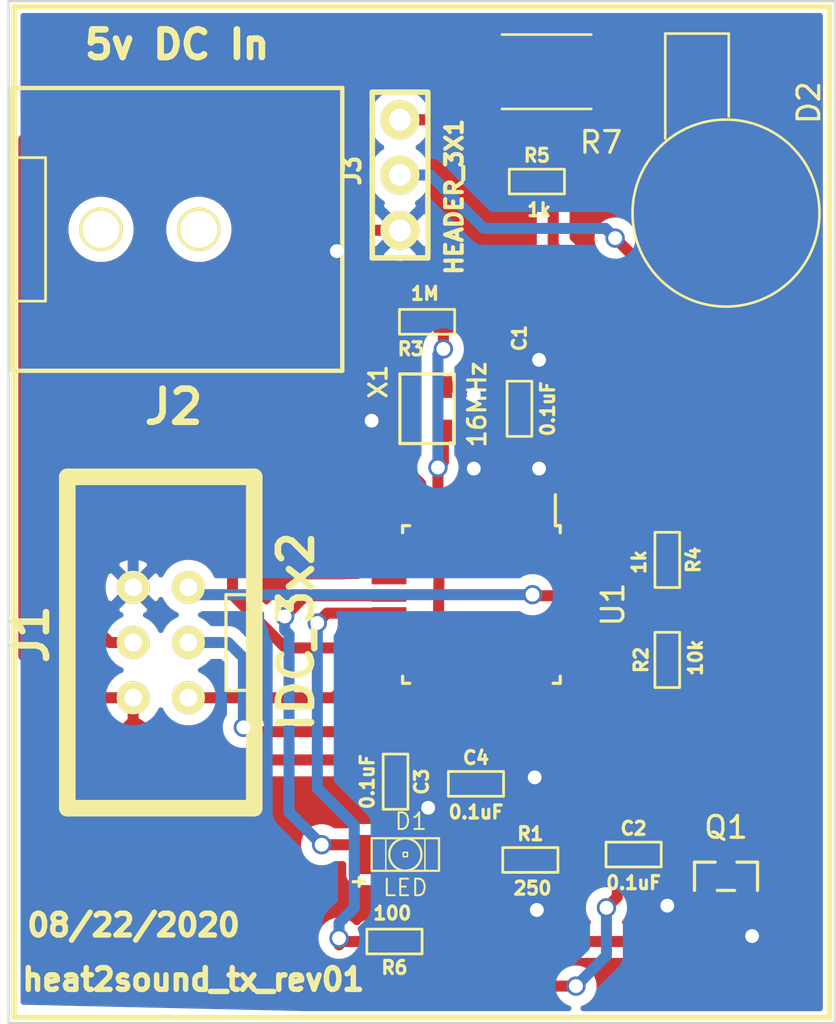
<source format=kicad_pcb>
(kicad_pcb (version 20171130) (host pcbnew 5.1.5-52549c5~86~ubuntu18.04.1)

  (general
    (thickness 1.6002)
    (drawings 11)
    (tracks 189)
    (zones 0)
    (modules 19)
    (nets 20)
  )

  (page A4)
  (title_block
    (date "12 jun 2010")
  )

  (layers
    (0 Component signal)
    (31 Copper signal)
    (32 B.Adhes user)
    (33 F.Adhes user)
    (34 B.Paste user)
    (35 F.Paste user)
    (36 B.SilkS user)
    (37 F.SilkS user)
    (38 B.Mask user)
    (39 F.Mask user)
    (40 Dwgs.User user)
    (41 Cmts.User user)
    (42 Eco1.User user)
    (43 Eco2.User user)
    (44 Edge.Cuts user)
    (45 Margin user)
    (46 B.CrtYd user)
    (47 F.CrtYd user)
  )

  (setup
    (last_trace_width 0.2032)
    (user_trace_width 0.254)
    (user_trace_width 0.508)
    (user_trace_width 0.762)
    (user_trace_width 1.016)
    (user_trace_width 1.27)
    (trace_clearance 0.1)
    (zone_clearance 0.5)
    (zone_45_only no)
    (trace_min 0.2032)
    (via_size 0.889)
    (via_drill 0.635)
    (via_min_size 0.889)
    (via_min_drill 0.508)
    (uvia_size 0.508)
    (uvia_drill 0.127)
    (uvias_allowed no)
    (uvia_min_size 0.508)
    (uvia_min_drill 0.127)
    (edge_width 0.09906)
    (segment_width 0.254)
    (pcb_text_width 0.3048)
    (pcb_text_size 1.524 2.032)
    (mod_edge_width 0.254)
    (mod_text_size 1.524 1.524)
    (mod_text_width 0.09906)
    (pad_size 1.99898 1.99898)
    (pad_drill 1.00076)
    (pad_to_mask_clearance 0.1)
    (solder_mask_min_width 0.1)
    (aux_axis_origin 0 0)
    (visible_elements FFFFFF7F)
    (pcbplotparams
      (layerselection 0x010fc_ffffffff)
      (usegerberextensions false)
      (usegerberattributes false)
      (usegerberadvancedattributes false)
      (creategerberjobfile false)
      (excludeedgelayer true)
      (linewidth 0.100000)
      (plotframeref false)
      (viasonmask false)
      (mode 1)
      (useauxorigin false)
      (hpglpennumber 1)
      (hpglpenspeed 20)
      (hpglpendiameter 15.000000)
      (psnegative false)
      (psa4output false)
      (plotreference true)
      (plotvalue true)
      (plotinvisibletext false)
      (padsonsilk false)
      (subtractmaskfromsilk false)
      (outputformat 1)
      (mirror false)
      (drillshape 0)
      (scaleselection 1)
      (outputdirectory ""))
  )

  (net 0 "")
  (net 1 GND)
  (net 2 +5V)
  (net 3 "Net-(C4-Pad1)")
  (net 4 "Net-(D1-Pad2)")
  (net 5 "Net-(D1-Pad1)")
  (net 6 "Net-(D2-Pad1)")
  (net 7 "Net-(D2-Pad2)")
  (net 8 MOSI)
  (net 9 ~RESET)
  (net 10 SCLK)
  (net 11 MISO)
  (net 12 "Net-(J3-Pad2)")
  (net 13 "Net-(J3-Pad3)")
  (net 14 "Net-(Q1-Pad1)")
  (net 15 "Net-(R3-Pad1)")
  (net 16 "Net-(R3-Pad2)")
  (net 17 RX)
  (net 18 TX)
  (net 19 PulseOut)

  (net_class Default "This is the default net class."
    (clearance 0.1)
    (trace_width 0.2032)
    (via_dia 0.889)
    (via_drill 0.635)
    (uvia_dia 0.508)
    (uvia_drill 0.127)
    (diff_pair_width 0.3)
    (diff_pair_gap 0.25)
    (add_net +5V)
    (add_net GND)
    (add_net MISO)
    (add_net MOSI)
    (add_net "Net-(C4-Pad1)")
    (add_net "Net-(D1-Pad1)")
    (add_net "Net-(D1-Pad2)")
    (add_net "Net-(D2-Pad1)")
    (add_net "Net-(D2-Pad2)")
    (add_net "Net-(J3-Pad2)")
    (add_net "Net-(J3-Pad3)")
    (add_net "Net-(Q1-Pad1)")
    (add_net "Net-(R3-Pad1)")
    (add_net "Net-(R3-Pad2)")
    (add_net PulseOut)
    (add_net RX)
    (add_net SCLK)
    (add_net TX)
    (add_net ~RESET)
  )

  (module ted_ICs:TQFP-32_7x7mm_Pitch0.8mm (layer Component) (tedit 58CC9A48) (tstamp 4C01E467)
    (at 173.75 125.75 270)
    (descr "32-Lead Plastic Thin Quad Flatpack (PT) - 7x7x1.0 mm Body, 2.00 mm [TQFP] (see Microchip Packaging Specification 00000049BS.pdf)")
    (tags "QFP 0.8")
    (path /5F3BBA35)
    (attr smd)
    (fp_text reference U1 (at 0 -6.05 90) (layer F.SilkS)
      (effects (font (size 1 1) (thickness 0.15)))
    )
    (fp_text value ATMEGA328P-AU (at 0 6.05 90) (layer F.Fab)
      (effects (font (size 1 1) (thickness 0.15)))
    )
    (fp_line (start -3.625 -3.4) (end -5.05 -3.4) (layer F.SilkS) (width 0.15))
    (fp_line (start 3.625 -3.625) (end 3.3 -3.625) (layer F.SilkS) (width 0.15))
    (fp_line (start 3.625 3.625) (end 3.3 3.625) (layer F.SilkS) (width 0.15))
    (fp_line (start -3.625 3.625) (end -3.3 3.625) (layer F.SilkS) (width 0.15))
    (fp_line (start -3.625 -3.625) (end -3.3 -3.625) (layer F.SilkS) (width 0.15))
    (fp_line (start -3.625 3.625) (end -3.625 3.3) (layer F.SilkS) (width 0.15))
    (fp_line (start 3.625 3.625) (end 3.625 3.3) (layer F.SilkS) (width 0.15))
    (fp_line (start 3.625 -3.625) (end 3.625 -3.3) (layer F.SilkS) (width 0.15))
    (fp_line (start -3.625 -3.625) (end -3.625 -3.4) (layer F.SilkS) (width 0.15))
    (fp_line (start -5.3 5.3) (end 5.3 5.3) (layer F.CrtYd) (width 0.05))
    (fp_line (start -5.3 -5.3) (end 5.3 -5.3) (layer F.CrtYd) (width 0.05))
    (fp_line (start 5.3 -5.3) (end 5.3 5.3) (layer F.CrtYd) (width 0.05))
    (fp_line (start -5.3 -5.3) (end -5.3 5.3) (layer F.CrtYd) (width 0.05))
    (fp_line (start -3.5 -2.5) (end -2.5 -3.5) (layer F.Fab) (width 0.15))
    (fp_line (start -3.5 3.5) (end -3.5 -2.5) (layer F.Fab) (width 0.15))
    (fp_line (start 3.5 3.5) (end -3.5 3.5) (layer F.Fab) (width 0.15))
    (fp_line (start 3.5 -3.5) (end 3.5 3.5) (layer F.Fab) (width 0.15))
    (fp_line (start -2.5 -3.5) (end 3.5 -3.5) (layer F.Fab) (width 0.15))
    (fp_text user %R (at 0 0 90) (layer F.Fab)
      (effects (font (size 1 1) (thickness 0.15)))
    )
    (pad 32 smd rect (at -2.8 -4.25) (size 1.6 0.55) (layers Component F.Paste F.Mask))
    (pad 31 smd rect (at -2 -4.25) (size 1.6 0.55) (layers Component F.Paste F.Mask)
      (net 18 TX))
    (pad 30 smd rect (at -1.2 -4.25) (size 1.6 0.55) (layers Component F.Paste F.Mask)
      (net 17 RX))
    (pad 29 smd rect (at -0.4 -4.25) (size 1.6 0.55) (layers Component F.Paste F.Mask)
      (net 9 ~RESET))
    (pad 28 smd rect (at 0.4 -4.25) (size 1.6 0.55) (layers Component F.Paste F.Mask))
    (pad 27 smd rect (at 1.2 -4.25) (size 1.6 0.55) (layers Component F.Paste F.Mask))
    (pad 26 smd rect (at 2 -4.25) (size 1.6 0.55) (layers Component F.Paste F.Mask))
    (pad 25 smd rect (at 2.8 -4.25) (size 1.6 0.55) (layers Component F.Paste F.Mask))
    (pad 24 smd rect (at 4.25 -2.8 270) (size 1.6 0.55) (layers Component F.Paste F.Mask))
    (pad 23 smd rect (at 4.25 -2 270) (size 1.6 0.55) (layers Component F.Paste F.Mask))
    (pad 22 smd rect (at 4.25 -1.2 270) (size 1.6 0.55) (layers Component F.Paste F.Mask))
    (pad 21 smd rect (at 4.25 -0.4 270) (size 1.6 0.55) (layers Component F.Paste F.Mask)
      (net 1 GND))
    (pad 20 smd rect (at 4.25 0.4 270) (size 1.6 0.55) (layers Component F.Paste F.Mask)
      (net 3 "Net-(C4-Pad1)"))
    (pad 19 smd rect (at 4.25 1.2 270) (size 1.6 0.55) (layers Component F.Paste F.Mask))
    (pad 18 smd rect (at 4.25 2 270) (size 1.6 0.55) (layers Component F.Paste F.Mask)
      (net 2 +5V))
    (pad 17 smd rect (at 4.25 2.8 270) (size 1.6 0.55) (layers Component F.Paste F.Mask)
      (net 10 SCLK))
    (pad 16 smd rect (at 2.8 4.25) (size 1.6 0.55) (layers Component F.Paste F.Mask)
      (net 11 MISO))
    (pad 15 smd rect (at 2 4.25) (size 1.6 0.55) (layers Component F.Paste F.Mask)
      (net 8 MOSI))
    (pad 14 smd rect (at 1.2 4.25) (size 1.6 0.55) (layers Component F.Paste F.Mask))
    (pad 13 smd rect (at 0.4 4.25) (size 1.6 0.55) (layers Component F.Paste F.Mask)
      (net 19 PulseOut))
    (pad 12 smd rect (at -0.4 4.25) (size 1.6 0.55) (layers Component F.Paste F.Mask)
      (net 5 "Net-(D1-Pad1)"))
    (pad 11 smd rect (at -1.2 4.25) (size 1.6 0.55) (layers Component F.Paste F.Mask))
    (pad 10 smd rect (at -2 4.25) (size 1.6 0.55) (layers Component F.Paste F.Mask))
    (pad 9 smd rect (at -2.8 4.25) (size 1.6 0.55) (layers Component F.Paste F.Mask))
    (pad 8 smd rect (at -4.25 2.8 270) (size 1.6 0.55) (layers Component F.Paste F.Mask)
      (net 16 "Net-(R3-Pad2)"))
    (pad 7 smd rect (at -4.25 2 270) (size 1.6 0.55) (layers Component F.Paste F.Mask)
      (net 15 "Net-(R3-Pad1)"))
    (pad 6 smd rect (at -4.25 1.2 270) (size 1.6 0.55) (layers Component F.Paste F.Mask)
      (net 2 +5V))
    (pad 5 smd rect (at -4.25 0.4 270) (size 1.6 0.55) (layers Component F.Paste F.Mask)
      (net 1 GND))
    (pad 4 smd rect (at -4.25 -0.4 270) (size 1.6 0.55) (layers Component F.Paste F.Mask)
      (net 2 +5V))
    (pad 3 smd rect (at -4.25 -1.2 270) (size 1.6 0.55) (layers Component F.Paste F.Mask)
      (net 1 GND))
    (pad 2 smd rect (at -4.25 -2 270) (size 1.6 0.55) (layers Component F.Paste F.Mask))
    (pad 1 smd rect (at -4.25 -2.8 270) (size 1.6 0.55) (layers Component F.Paste F.Mask))
    (model ${KISYS3DMOD}/Housings_QFP.3dshapes/TQFP-32_7x7mm_Pitch0.8mm.wrl
      (at (xyz 0 0 0))
      (scale (xyz 1 1 1))
      (rotate (xyz 0 0 0))
    )
  )

  (module ted_crystals:crystal_TSX3225 (layer Component) (tedit 0) (tstamp 5F40BDFE)
    (at 171.25 116.75 90)
    (descr "crystal Epson Toyocom FA-238 and TSX-3225 series")
    (path /5F3CC930)
    (fp_text reference X1 (at 1.25 -2.25 90) (layer F.SilkS)
      (effects (font (size 0.8 0.8) (thickness 0.15)))
    )
    (fp_text value 16MHz (at 0.2 2.3 90) (layer F.SilkS)
      (effects (font (size 0.8 0.8) (thickness 0.15)))
    )
    (fp_line (start -1.6 1.25) (end -1.6 -1.25) (layer F.SilkS) (width 0.15))
    (fp_line (start 1.6 1.25) (end -1.6 1.25) (layer F.SilkS) (width 0.15))
    (fp_line (start 1.6 -1.25) (end 1.6 1.25) (layer F.SilkS) (width 0.15))
    (fp_line (start -1.6 -1.25) (end 1.6 -1.25) (layer F.SilkS) (width 0.15))
    (pad 3 smd rect (at 1 -0.75 90) (size 1 0.8) (layers Component F.Paste F.Mask)
      (net 16 "Net-(R3-Pad2)"))
    (pad 4 smd rect (at -1 -0.75 90) (size 1 0.8) (layers Component F.Paste F.Mask)
      (net 1 GND))
    (pad 2 smd rect (at 1 0.75 90) (size 1 0.8) (layers Component F.Paste F.Mask)
      (net 1 GND))
    (pad 1 smd rect (at -1 0.75 90) (size 1 0.8) (layers Component F.Paste F.Mask)
      (net 15 "Net-(R3-Pad1)"))
    (model smd/smd_crystal&oscillator/crystal_4pins_smd.wrl
      (at (xyz 0 0 0))
      (scale (xyz 0.24 0.24 0.24))
      (rotate (xyz 0 0 0))
    )
  )

  (module ted_resistors:TED_R_2512_6332Metric (layer Component) (tedit 5F3CAC63) (tstamp 5F40BDF2)
    (at 176.75 101.25)
    (descr "Resistor SMD 2512 (6332 Metric), square (rectangular) end terminal, IPC_7351 nominal, (Body size source: http://www.tortai-tech.com/upload/download/2011102023233369053.pdf), generated with kicad-footprint-generator")
    (tags resistor)
    (path /5F408B67)
    (attr smd)
    (fp_text reference R7 (at 2.5 3.25) (layer F.SilkS)
      (effects (font (size 1 1) (thickness 0.15)))
    )
    (fp_text value 10 (at 0 2.62) (layer F.Fab)
      (effects (font (size 1 1) (thickness 0.15)))
    )
    (fp_text user %R (at 0 0) (layer F.Fab)
      (effects (font (size 1 1) (thickness 0.15)))
    )
    (fp_line (start 3.82 1.92) (end -3.82 1.92) (layer F.CrtYd) (width 0.05))
    (fp_line (start 3.82 -1.92) (end 3.82 1.92) (layer F.CrtYd) (width 0.05))
    (fp_line (start -3.82 -1.92) (end 3.82 -1.92) (layer F.CrtYd) (width 0.05))
    (fp_line (start -3.82 1.92) (end -3.82 -1.92) (layer F.CrtYd) (width 0.05))
    (fp_line (start -2.052064 1.71) (end 2.052064 1.71) (layer F.SilkS) (width 0.12))
    (fp_line (start -2.052064 -1.71) (end 2.052064 -1.71) (layer F.SilkS) (width 0.12))
    (fp_line (start 3.15 1.6) (end -3.15 1.6) (layer F.Fab) (width 0.1))
    (fp_line (start 3.15 -1.6) (end 3.15 1.6) (layer F.Fab) (width 0.1))
    (fp_line (start -3.15 -1.6) (end 3.15 -1.6) (layer F.Fab) (width 0.1))
    (fp_line (start -3.15 1.6) (end -3.15 -1.6) (layer F.Fab) (width 0.1))
    (pad 2 smd roundrect (at 2.9 0) (size 2 3.35) (layers Component F.Paste F.Mask) (roundrect_rratio 0.185)
      (net 6 "Net-(D2-Pad1)"))
    (pad 1 smd roundrect (at -2.9 0) (size 2 3.35) (layers Component F.Paste F.Mask) (roundrect_rratio 0.185)
      (net 2 +5V))
    (model ${KISYS3DMOD}/Resistor_SMD.3dshapes/R_2512_6332Metric.wrl
      (at (xyz 0 0 0))
      (scale (xyz 1 1 1))
      (rotate (xyz 0 0 0))
    )
  )

  (module ted_resistors:TED_SM0603_R (layer Component) (tedit 590515EF) (tstamp 5F40BDE1)
    (at 169.75 141.25 180)
    (descr "SMT resistor, 0603")
    (path /5F41ECFB)
    (fp_text reference R6 (at 0 -1.2) (layer F.SilkS)
      (effects (font (size 0.6 0.6) (thickness 0.15)))
    )
    (fp_text value 100 (at 0.1 1.3) (layer F.SilkS)
      (effects (font (size 0.6 0.6) (thickness 0.15)))
    )
    (fp_line (start 1.25 0.57) (end -1.25 0.57) (layer F.SilkS) (width 0.127))
    (fp_line (start -1.25 -0.57) (end 1.25 -0.57) (layer F.SilkS) (width 0.127))
    (fp_line (start 1.27 -0.57) (end 1.27 0.57) (layer F.SilkS) (width 0.127))
    (fp_line (start -1.27 -0.57) (end -1.27 0.57) (layer F.SilkS) (width 0.127))
    (pad 1 smd rect (at -0.75184 0 180) (size 0.89916 1.00076) (layers Component F.Paste F.Mask)
      (net 14 "Net-(Q1-Pad1)") (clearance 0.1))
    (pad 2 smd rect (at 0.75184 0 180) (size 0.89916 1.00076) (layers Component F.Paste F.Mask)
      (net 19 PulseOut) (clearance 0.1))
    (model smd/capacitors/c_0603.wrl
      (at (xyz 0 0 0))
      (scale (xyz 1 1 1))
      (rotate (xyz 0 0 0))
    )
  )

  (module ted_resistors:TED_SM0603_R (layer Component) (tedit 590515EF) (tstamp 5F40BDD7)
    (at 176.3 106.3)
    (descr "SMT resistor, 0603")
    (path /5F44396F)
    (fp_text reference R5 (at 0 -1.2) (layer F.SilkS)
      (effects (font (size 0.6 0.6) (thickness 0.15)))
    )
    (fp_text value 1k (at 0.1 1.3) (layer F.SilkS)
      (effects (font (size 0.6 0.6) (thickness 0.15)))
    )
    (fp_line (start 1.25 0.57) (end -1.25 0.57) (layer F.SilkS) (width 0.127))
    (fp_line (start -1.25 -0.57) (end 1.25 -0.57) (layer F.SilkS) (width 0.127))
    (fp_line (start 1.27 -0.57) (end 1.27 0.57) (layer F.SilkS) (width 0.127))
    (fp_line (start -1.27 -0.57) (end -1.27 0.57) (layer F.SilkS) (width 0.127))
    (pad 1 smd rect (at -0.75184 0) (size 0.89916 1.00076) (layers Component F.Paste F.Mask)
      (net 13 "Net-(J3-Pad3)") (clearance 0.1))
    (pad 2 smd rect (at 0.75184 0) (size 0.89916 1.00076) (layers Component F.Paste F.Mask)
      (net 18 TX) (clearance 0.1))
    (model smd/capacitors/c_0603.wrl
      (at (xyz 0 0 0))
      (scale (xyz 1 1 1))
      (rotate (xyz 0 0 0))
    )
  )

  (module ted_resistors:TED_SM0603_R (layer Component) (tedit 590515EF) (tstamp 4C0C1BFF)
    (at 182.3 123.7 270)
    (descr "SMT resistor, 0603")
    (path /5F4473D5)
    (fp_text reference R4 (at 0 -1.2 90) (layer F.SilkS)
      (effects (font (size 0.6 0.6) (thickness 0.15)))
    )
    (fp_text value 1k (at 0.1 1.3 90) (layer F.SilkS)
      (effects (font (size 0.6 0.6) (thickness 0.15)))
    )
    (fp_line (start 1.25 0.57) (end -1.25 0.57) (layer F.SilkS) (width 0.127))
    (fp_line (start -1.25 -0.57) (end 1.25 -0.57) (layer F.SilkS) (width 0.127))
    (fp_line (start 1.27 -0.57) (end 1.27 0.57) (layer F.SilkS) (width 0.127))
    (fp_line (start -1.27 -0.57) (end -1.27 0.57) (layer F.SilkS) (width 0.127))
    (pad 1 smd rect (at -0.75184 0 270) (size 0.89916 1.00076) (layers Component F.Paste F.Mask)
      (net 12 "Net-(J3-Pad2)") (clearance 0.1))
    (pad 2 smd rect (at 0.75184 0 270) (size 0.89916 1.00076) (layers Component F.Paste F.Mask)
      (net 17 RX) (clearance 0.1))
    (model smd/capacitors/c_0603.wrl
      (at (xyz 0 0 0))
      (scale (xyz 1 1 1))
      (rotate (xyz 0 0 0))
    )
  )

  (module ted_resistors:TED_SM0603_R (layer Component) (tedit 590515EF) (tstamp 4C0C1C01)
    (at 171.25 112.75 180)
    (descr "SMT resistor, 0603")
    (path /5F3CE30E)
    (fp_text reference R3 (at 0.75 -1.25) (layer F.SilkS)
      (effects (font (size 0.6 0.6) (thickness 0.15)))
    )
    (fp_text value 1M (at 0.1 1.3) (layer F.SilkS)
      (effects (font (size 0.6 0.6) (thickness 0.15)))
    )
    (fp_line (start 1.25 0.57) (end -1.25 0.57) (layer F.SilkS) (width 0.127))
    (fp_line (start -1.25 -0.57) (end 1.25 -0.57) (layer F.SilkS) (width 0.127))
    (fp_line (start 1.27 -0.57) (end 1.27 0.57) (layer F.SilkS) (width 0.127))
    (fp_line (start -1.27 -0.57) (end -1.27 0.57) (layer F.SilkS) (width 0.127))
    (pad 1 smd rect (at -0.75184 0 180) (size 0.89916 1.00076) (layers Component F.Paste F.Mask)
      (net 15 "Net-(R3-Pad1)") (clearance 0.1))
    (pad 2 smd rect (at 0.75184 0 180) (size 0.89916 1.00076) (layers Component F.Paste F.Mask)
      (net 16 "Net-(R3-Pad2)") (clearance 0.1))
    (model smd/capacitors/c_0603.wrl
      (at (xyz 0 0 0))
      (scale (xyz 1 1 1))
      (rotate (xyz 0 0 0))
    )
  )

  (module ted_resistors:TED_SM0603_R (layer Component) (tedit 590515EF) (tstamp 4C01E462)
    (at 182.3 128.3 90)
    (descr "SMT resistor, 0603")
    (path /5F3E2B21)
    (fp_text reference R2 (at 0 -1.2 90) (layer F.SilkS)
      (effects (font (size 0.6 0.6) (thickness 0.15)))
    )
    (fp_text value 10k (at 0.1 1.3 90) (layer F.SilkS)
      (effects (font (size 0.6 0.6) (thickness 0.15)))
    )
    (fp_line (start 1.25 0.57) (end -1.25 0.57) (layer F.SilkS) (width 0.127))
    (fp_line (start -1.25 -0.57) (end 1.25 -0.57) (layer F.SilkS) (width 0.127))
    (fp_line (start 1.27 -0.57) (end 1.27 0.57) (layer F.SilkS) (width 0.127))
    (fp_line (start -1.27 -0.57) (end -1.27 0.57) (layer F.SilkS) (width 0.127))
    (pad 1 smd rect (at -0.75184 0 90) (size 0.89916 1.00076) (layers Component F.Paste F.Mask)
      (net 2 +5V) (clearance 0.1))
    (pad 2 smd rect (at 0.75184 0 90) (size 0.89916 1.00076) (layers Component F.Paste F.Mask)
      (net 9 ~RESET) (clearance 0.1))
    (model smd/capacitors/c_0603.wrl
      (at (xyz 0 0 0))
      (scale (xyz 1 1 1))
      (rotate (xyz 0 0 0))
    )
  )

  (module ted_resistors:TED_SM0603_R (layer Component) (tedit 590515EF) (tstamp 4C01E464)
    (at 176 137.5)
    (descr "SMT resistor, 0603")
    (path /5F3E638A)
    (fp_text reference R1 (at 0 -1.2) (layer F.SilkS)
      (effects (font (size 0.6 0.6) (thickness 0.15)))
    )
    (fp_text value 250 (at 0.1 1.3) (layer F.SilkS)
      (effects (font (size 0.6 0.6) (thickness 0.15)))
    )
    (fp_line (start 1.25 0.57) (end -1.25 0.57) (layer F.SilkS) (width 0.127))
    (fp_line (start -1.25 -0.57) (end 1.25 -0.57) (layer F.SilkS) (width 0.127))
    (fp_line (start 1.27 -0.57) (end 1.27 0.57) (layer F.SilkS) (width 0.127))
    (fp_line (start -1.27 -0.57) (end -1.27 0.57) (layer F.SilkS) (width 0.127))
    (pad 1 smd rect (at -0.75184 0) (size 0.89916 1.00076) (layers Component F.Paste F.Mask)
      (net 4 "Net-(D1-Pad2)") (clearance 0.1))
    (pad 2 smd rect (at 0.75184 0) (size 0.89916 1.00076) (layers Component F.Paste F.Mask)
      (net 1 GND) (clearance 0.1))
    (model smd/capacitors/c_0603.wrl
      (at (xyz 0 0 0))
      (scale (xyz 1 1 1))
      (rotate (xyz 0 0 0))
    )
  )

  (module ted_transistors:TED_SOT-23 (layer Component) (tedit 5920E017) (tstamp 5F40BDA9)
    (at 185 138.25)
    (descr "SOT-23, Standard")
    (tags SOT-23)
    (path /5F3B6C60)
    (attr smd)
    (fp_text reference Q1 (at 0 -2.25) (layer F.SilkS)
      (effects (font (size 1 1) (thickness 0.15)))
    )
    (fp_text value NMOSFET_GSD (at 0 2.3) (layer Dwgs.User) hide
      (effects (font (size 1 1) (thickness 0.15)))
    )
    (fp_line (start 1.45 -0.65) (end 1.45 0.65) (layer F.SilkS) (width 0.15))
    (fp_line (start -1.45 -0.65) (end -0.5 -0.65) (layer F.SilkS) (width 0.15))
    (fp_line (start -1.45 0.65) (end -1.45 -0.65) (layer F.SilkS) (width 0.15))
    (fp_line (start -1.65 1.6) (end -1.65 -1.6) (layer F.CrtYd) (width 0.05))
    (fp_line (start 1.65 1.6) (end -1.65 1.6) (layer F.CrtYd) (width 0.05))
    (fp_line (start 1.65 -1.6) (end 1.65 1.6) (layer F.CrtYd) (width 0.05))
    (fp_line (start -1.65 -1.6) (end 1.65 -1.6) (layer F.CrtYd) (width 0.05))
    (fp_line (start 0.5 -0.65) (end 1.45 -0.65) (layer F.SilkS) (width 0.15))
    (fp_line (start -0.4 0.65) (end 0.4 0.65) (layer F.SilkS) (width 0.15))
    (pad 3 smd rect (at 0 -1) (size 0.8001 0.8001) (layers Component F.Paste F.Mask)
      (net 7 "Net-(D2-Pad2)"))
    (pad 2 smd rect (at 0.95 1) (size 0.8001 0.8001) (layers Component F.Paste F.Mask)
      (net 1 GND))
    (pad 1 smd rect (at -0.95 1) (size 0.8001 0.8001) (layers Component F.Paste F.Mask)
      (net 14 "Net-(Q1-Pad1)"))
    (model TO_SOT_Packages_SMD.3dshapes/SOT-23.wrl
      (at (xyz 0 0 0))
      (scale (xyz 1 1 1))
      (rotate (xyz 0 0 0))
    )
  )

  (module ted_connectors:TED_HEADER_3x1 (layer Component) (tedit 591A6C4A) (tstamp 4C01E461)
    (at 170 106 90)
    (path /5F3EFE46)
    (fp_text reference J3 (at 0.2 -2.2 90) (layer F.SilkS)
      (effects (font (size 0.762 0.762) (thickness 0.1905)))
    )
    (fp_text value HEADER_3X1 (at -1 2.5 90) (layer F.SilkS)
      (effects (font (size 0.762 0.762) (thickness 0.1905)))
    )
    (fp_line (start -3.81 1.28524) (end -3.81 -1.27508) (layer F.SilkS) (width 0.254))
    (fp_line (start 3.81 1.28524) (end -3.81 1.28524) (layer F.SilkS) (width 0.254))
    (fp_line (start 3.81 -1.27) (end 3.81 1.27) (layer F.SilkS) (width 0.254))
    (fp_line (start 3.81 -1.27) (end -3.81 -1.27) (layer F.SilkS) (width 0.254))
    (pad 1 thru_hole circle (at -2.54 0 90) (size 1.8 1.8) (drill 1) (layers *.Cu *.Mask F.SilkS)
      (net 1 GND))
    (pad 2 thru_hole circle (at 0 0 90) (size 1.8 1.8) (drill 1) (layers *.Cu *.Mask F.SilkS)
      (net 12 "Net-(J3-Pad2)"))
    (pad 3 thru_hole circle (at 2.54 0 90) (size 1.8 1.8) (drill 1) (layers *.Cu *.Mask F.SilkS)
      (net 13 "Net-(J3-Pad3)"))
  )

  (module ted_connectors:TED_2.1mm_DC_SMD (layer Component) (tedit 0) (tstamp 4C01E45F)
    (at 159.75 108.5 180)
    (path /4BAC0857)
    (fp_text reference J2 (at 0.15748 -8.15848) (layer F.SilkS)
      (effects (font (size 1.524 1.524) (thickness 0.3048)))
    )
    (fp_text value DC_2.1mm (at 0.1016 8.49884) (layer F.SilkS) hide
      (effects (font (size 1.524 1.524) (thickness 0.3048)))
    )
    (fp_line (start -7.59968 6.5024) (end -7.59968 -6.5024) (layer F.SilkS) (width 0.20066))
    (fp_line (start 7.59968 6.5024) (end -7.59968 6.5024) (layer F.SilkS) (width 0.20066))
    (fp_line (start 7.59968 -6.5024) (end 7.59968 6.5024) (layer F.SilkS) (width 0.20066))
    (fp_line (start -7.59968 -6.5024) (end 7.59968 -6.5024) (layer F.SilkS) (width 0.20066))
    (fp_line (start 6.05 3.3) (end 7.575 3.3) (layer F.SilkS) (width 0.127))
    (fp_line (start 6.05 -3.3) (end 6.05 3.3) (layer F.SilkS) (width 0.127))
    (fp_line (start 7.6 -3.3) (end 6.05 -3.3) (layer F.SilkS) (width 0.127))
    (pad "" np_thru_hole circle (at 3.50012 0 180) (size 1.99898 1.99898) (drill 1.69926) (layers *.Cu *.Mask F.SilkS))
    (pad 3 smd rect (at -2.60096 -5.41528 180) (size 1.99898 1.99898) (layers Component F.Paste F.Mask))
    (pad 2 smd rect (at 3.50012 -5.41528 180) (size 1.99898 1.99898) (layers Component F.Paste F.Mask)
      (net 1 GND))
    (pad 1 smd rect (at -2.60096 5.4102 180) (size 1.99898 1.99898) (layers Component F.Paste F.Mask)
      (net 2 +5V))
    (pad 1 smd rect (at 3.50012 5.4102 180) (size 1.99898 1.99898) (layers Component F.Paste F.Mask)
      (net 2 +5V))
    (pad "" np_thru_hole circle (at -1.00076 0 180) (size 1.99898 1.99898) (drill 1.69926) (layers *.Cu *.Mask F.SilkS))
  )

  (module ted_connectors:TED_IDC_3x2 (layer Component) (tedit 5D267ABB) (tstamp 4C01E46A)
    (at 159 127.5 90)
    (path /5F398CC4)
    (fp_text reference J1 (at 0.381 -5.969 90) (layer F.SilkS)
      (effects (font (size 1.524 1.524) (thickness 0.3048)))
    )
    (fp_text value IDC_3x2 (at 0.508 6.223 90) (layer F.SilkS)
      (effects (font (size 1.524 1.524) (thickness 0.3048)))
    )
    (fp_line (start -7.62 -4.3) (end 7.62 -4.3) (layer F.SilkS) (width 0.762))
    (fp_line (start -7.62 4.3) (end -7.62 -4.3) (layer F.SilkS) (width 0.762))
    (fp_line (start 7.62 4.3) (end -7.62 4.3) (layer F.SilkS) (width 0.762))
    (fp_line (start 7.62 -4.3) (end 7.62 4.3) (layer F.SilkS) (width 0.762))
    (fp_line (start 2.2 3) (end 2.2 4) (layer F.SilkS) (width 0.15))
    (fp_line (start -2.2 3) (end 2.2 3) (layer F.SilkS) (width 0.15))
    (fp_line (start -2.2 4) (end -2.2 3) (layer F.SilkS) (width 0.15))
    (pad 2 thru_hole circle (at -2.54 -1.27 90) (size 1.524 1.524) (drill 0.8128) (layers *.Cu *.Mask F.SilkS)
      (net 2 +5V))
    (pad 4 thru_hole circle (at 0 -1.27 90) (size 1.524 1.524) (drill 0.8128) (layers *.Cu *.Mask F.SilkS)
      (net 8 MOSI))
    (pad 6 thru_hole circle (at 2.54 -1.27 90) (size 1.524 1.524) (drill 0.8128) (layers *.Cu *.Mask F.SilkS)
      (net 1 GND))
    (pad 5 thru_hole circle (at 2.54 1.27 90) (size 1.524 1.524) (drill 0.8128) (layers *.Cu *.Mask F.SilkS)
      (net 9 ~RESET))
    (pad 3 thru_hole circle (at 0 1.27 90) (size 1.524 1.524) (drill 0.8128) (layers *.Cu *.Mask F.SilkS)
      (net 10 SCLK))
    (pad 1 thru_hole circle (at -2.54 1.27 90) (size 1.524 1.524) (drill 0.8128) (layers *.Cu *.Mask F.SilkS)
      (net 11 MISO))
  )

  (module LED_SMD:LED_1W_3W_R8 (layer Component) (tedit 58AC980C) (tstamp 5F40BD6F)
    (at 185 107.75 270)
    (descr https://www.gme.cz/data/attachments/dsh.518-234.1.pdf)
    (tags "LED 1W 3W 5W")
    (path /5F41266C)
    (attr smd)
    (fp_text reference D2 (at -5.08 -3.81 90) (layer F.SilkS)
      (effects (font (size 1 1) (thickness 0.15)))
    )
    (fp_text value LED (at 0 5.08 90) (layer F.Fab)
      (effects (font (size 1 1) (thickness 0.15)))
    )
    (fp_circle (center 0 0) (end 4.025 0) (layer F.Fab) (width 0.1))
    (fp_line (start 4.826 1.524) (end 4.826 0.508) (layer F.Fab) (width 0.1))
    (fp_line (start -5.334 -1.016) (end -4.318 -1.016) (layer F.Fab) (width 0.1))
    (fp_line (start 4.318 1.016) (end 5.334 1.016) (layer F.Fab) (width 0.1))
    (fp_circle (center 0 0) (end -4.3 0) (layer F.SilkS) (width 0.12))
    (fp_line (start -4.445 -0.127) (end -8.255 -0.127) (layer F.SilkS) (width 0.12))
    (fp_line (start -8.255 -0.127) (end -8.255 2.794) (layer F.SilkS) (width 0.12))
    (fp_line (start -8.255 2.794) (end -3.429 2.794) (layer F.SilkS) (width 0.12))
    (fp_line (start -4.59 -0.45) (end -8.55 -0.45) (layer F.CrtYd) (width 0.05))
    (fp_line (start -8.55 -0.45) (end -8.55 3.15) (layer F.CrtYd) (width 0.05))
    (fp_line (start -8.55 3.15) (end -3.37 3.15) (layer F.CrtYd) (width 0.05))
    (fp_line (start 3.37 -3.15) (end 8.55 -3.15) (layer F.CrtYd) (width 0.05))
    (fp_line (start 8.55 -3.15) (end 8.55 0.45) (layer F.CrtYd) (width 0.05))
    (fp_line (start 8.55 0.45) (end 4.59 0.45) (layer F.CrtYd) (width 0.05))
    (fp_arc (start 0 0) (end -4.59 -0.45) (angle 131.3332206) (layer F.CrtYd) (width 0.05))
    (fp_arc (start 0 0) (end 4.59 0.45) (angle 131.3332206) (layer F.CrtYd) (width 0.05))
    (fp_line (start -1.27 0) (end 1.27 -1.27) (layer F.Fab) (width 0.1))
    (fp_line (start 1.27 -1.27) (end 1.27 1.27) (layer F.Fab) (width 0.1))
    (fp_line (start -1.27 0) (end 1.27 1.27) (layer F.Fab) (width 0.1))
    (fp_line (start 1.27 1.27) (end 1.27 0) (layer F.Fab) (width 0.1))
    (fp_line (start 1.27 0) (end 2.54 0) (layer F.Fab) (width 0.1))
    (fp_line (start -1.27 -1.27) (end -1.27 1.27) (layer F.Fab) (width 0.1))
    (fp_line (start -2.54 0) (end -1.27 0) (layer F.Fab) (width 0.1))
    (fp_text user %R (at 0 -2.54 90) (layer F.Fab)
      (effects (font (size 1 1) (thickness 0.15)))
    )
    (pad 3 smd circle (at 0 0 270) (size 5.7 5.7) (layers Component F.Paste F.Mask))
    (pad 1 smd rect (at -6.35 1.35 270) (size 3.5 2.7) (layers Component F.Paste F.Mask)
      (net 6 "Net-(D2-Pad1)"))
    (pad 2 smd rect (at 6.35 -1.35 270) (size 3.5 2.7) (layers Component F.Paste F.Mask)
      (net 7 "Net-(D2-Pad2)"))
    (model ${KISYS3DMOD}/LED_SMD.3dshapes/LED_1W_3W_R8.wrl
      (at (xyz 0 0 0))
      (scale (xyz 1 1 1))
      (rotate (xyz 0 0 0))
    )
  )

  (module ted_led:TED_LED-1206 (layer Component) (tedit 5BAC1AE8) (tstamp 5F40BD50)
    (at 170.25 137.25)
    (descr "LED 1206 smd package")
    (tags "LED1206 SMD")
    (path /5F3E21AA)
    (attr smd)
    (fp_text reference D1 (at 0.254 -1.524) (layer F.SilkS)
      (effects (font (size 0.762 0.762) (thickness 0.0889)))
    )
    (fp_text value LED (at 0 1.524) (layer F.SilkS)
      (effects (font (size 0.762 0.762) (thickness 0.0889)))
    )
    (fp_arc (start 0 0) (end 0.54864 -0.49784) (angle 84.5) (layer F.SilkS) (width 0.1016))
    (fp_arc (start 0 0) (end -0.54864 -0.49784) (angle 95.4) (layer F.SilkS) (width 0.1016))
    (fp_arc (start 0 0) (end -0.54864 0.49784) (angle 84.5) (layer F.SilkS) (width 0.1016))
    (fp_arc (start 0 0) (end 0.54864 0.49784) (angle 95.4) (layer F.SilkS) (width 0.1016))
    (fp_line (start 1.5494 -0.7493) (end 1.5494 0.7493) (layer F.SilkS) (width 0.1016))
    (fp_line (start -1.5494 -0.7493) (end 1.5494 -0.7493) (layer F.SilkS) (width 0.1016))
    (fp_line (start -1.5494 0.7493) (end -1.5494 -0.7493) (layer F.SilkS) (width 0.1016))
    (fp_line (start 1.5494 0.7493) (end -1.5494 0.7493) (layer F.SilkS) (width 0.1016))
    (fp_line (start -0.89916 -0.54864) (end -0.89916 -0.6985) (layer F.SilkS) (width 0.06604))
    (fp_line (start -0.89916 0.6985) (end -0.89916 -0.49784) (layer F.SilkS) (width 0.06604))
    (fp_line (start 0.89916 -0.54864) (end 0.89916 -0.6985) (layer F.SilkS) (width 0.06604))
    (fp_line (start 0.89916 0.6985) (end 0.89916 -0.49784) (layer F.SilkS) (width 0.06604))
    (fp_line (start -0.09906 0.09906) (end -0.09906 -0.09906) (layer F.SilkS) (width 0.06604))
    (fp_line (start -0.09906 -0.09906) (end 0.09906 -0.09906) (layer F.SilkS) (width 0.06604))
    (fp_line (start 0.09906 0.09906) (end 0.09906 -0.09906) (layer F.SilkS) (width 0.06604))
    (fp_line (start -0.09906 0.09906) (end 0.09906 0.09906) (layer F.SilkS) (width 0.06604))
    (fp_line (start -2.12 1.06) (end -2.12 1.46) (layer F.SilkS) (width 0.15))
    (fp_line (start -1.85 1.25) (end -2.4 1.25) (layer F.SilkS) (width 0.15))
    (pad 2 smd rect (at 1.41986 0) (size 1.59766 1.80086) (layers Component F.Paste F.Mask)
      (net 4 "Net-(D1-Pad2)"))
    (pad 1 smd rect (at -1.41986 0) (size 1.59766 1.80086) (layers Component F.Paste F.Mask)
      (net 5 "Net-(D1-Pad1)"))
  )

  (module ted_capacitors:TED_SM0603_C (layer Component) (tedit 590516B2) (tstamp 5F40BD38)
    (at 173.5 134)
    (descr "SMT capacitor, 0603")
    (path /5F4A3693)
    (fp_text reference C4 (at 0 -1.2) (layer F.SilkS)
      (effects (font (size 0.6 0.6) (thickness 0.15)))
    )
    (fp_text value 0.1uF (at 0 1.3) (layer F.SilkS)
      (effects (font (size 0.6 0.6) (thickness 0.15)))
    )
    (fp_line (start -1.27 0.57) (end -1.27 -0.57) (layer F.SilkS) (width 0.127))
    (fp_line (start 1.25 0.57) (end -1.25 0.57) (layer F.SilkS) (width 0.127))
    (fp_line (start 1.27 -0.57) (end 1.27 0.57) (layer F.SilkS) (width 0.127))
    (fp_line (start -1.25 -0.57) (end 1.25 -0.57) (layer F.SilkS) (width 0.127))
    (pad 1 smd rect (at -0.75184 0) (size 0.9 1) (layers Component F.Paste F.Mask)
      (net 3 "Net-(C4-Pad1)") (clearance 0.1))
    (pad 2 smd rect (at 0.75184 0) (size 0.89916 1.00076) (layers Component F.Paste F.Mask)
      (net 1 GND) (clearance 0.1))
    (model smd/capacitors/c_0603.wrl
      (at (xyz 0 0 0))
      (scale (xyz 1 1 1))
      (rotate (xyz 0 0 0))
    )
  )

  (module ted_capacitors:TED_SM0603_C (layer Component) (tedit 590516B2) (tstamp 5F40BD2E)
    (at 169.8 133.9 270)
    (descr "SMT capacitor, 0603")
    (path /5F46D85E)
    (fp_text reference C3 (at 0 -1.2 90) (layer F.SilkS)
      (effects (font (size 0.6 0.6) (thickness 0.15)))
    )
    (fp_text value 0.1uF (at 0 1.3 90) (layer F.SilkS)
      (effects (font (size 0.6 0.6) (thickness 0.15)))
    )
    (fp_line (start -1.27 0.57) (end -1.27 -0.57) (layer F.SilkS) (width 0.127))
    (fp_line (start 1.25 0.57) (end -1.25 0.57) (layer F.SilkS) (width 0.127))
    (fp_line (start 1.27 -0.57) (end 1.27 0.57) (layer F.SilkS) (width 0.127))
    (fp_line (start -1.25 -0.57) (end 1.25 -0.57) (layer F.SilkS) (width 0.127))
    (pad 1 smd rect (at -0.75184 0 270) (size 0.9 1) (layers Component F.Paste F.Mask)
      (net 2 +5V) (clearance 0.1))
    (pad 2 smd rect (at 0.75184 0 270) (size 0.89916 1.00076) (layers Component F.Paste F.Mask)
      (net 1 GND) (clearance 0.1))
    (model smd/capacitors/c_0603.wrl
      (at (xyz 0 0 0))
      (scale (xyz 1 1 1))
      (rotate (xyz 0 0 0))
    )
  )

  (module ted_capacitors:TED_SM0603_C (layer Component) (tedit 590516B2) (tstamp 5F40BD24)
    (at 180.75 137.25)
    (descr "SMT capacitor, 0603")
    (path /5F46EC22)
    (fp_text reference C2 (at 0 -1.2) (layer F.SilkS)
      (effects (font (size 0.6 0.6) (thickness 0.15)))
    )
    (fp_text value 0.1uF (at 0 1.3) (layer F.SilkS)
      (effects (font (size 0.6 0.6) (thickness 0.15)))
    )
    (fp_line (start -1.27 0.57) (end -1.27 -0.57) (layer F.SilkS) (width 0.127))
    (fp_line (start 1.25 0.57) (end -1.25 0.57) (layer F.SilkS) (width 0.127))
    (fp_line (start 1.27 -0.57) (end 1.27 0.57) (layer F.SilkS) (width 0.127))
    (fp_line (start -1.25 -0.57) (end 1.25 -0.57) (layer F.SilkS) (width 0.127))
    (pad 1 smd rect (at -0.75184 0) (size 0.9 1) (layers Component F.Paste F.Mask)
      (net 2 +5V) (clearance 0.1))
    (pad 2 smd rect (at 0.75184 0) (size 0.89916 1.00076) (layers Component F.Paste F.Mask)
      (net 1 GND) (clearance 0.1))
    (model smd/capacitors/c_0603.wrl
      (at (xyz 0 0 0))
      (scale (xyz 1 1 1))
      (rotate (xyz 0 0 0))
    )
  )

  (module ted_capacitors:TED_SM0603_C (layer Component) (tedit 590516B2) (tstamp 4C01E466)
    (at 175.5 116.75 90)
    (descr "SMT capacitor, 0603")
    (path /5F471990)
    (fp_text reference C1 (at 3.25 0 90) (layer F.SilkS)
      (effects (font (size 0.6 0.6) (thickness 0.15)))
    )
    (fp_text value 0.1uF (at 0 1.3 90) (layer F.SilkS)
      (effects (font (size 0.6 0.6) (thickness 0.15)))
    )
    (fp_line (start -1.27 0.57) (end -1.27 -0.57) (layer F.SilkS) (width 0.127))
    (fp_line (start 1.25 0.57) (end -1.25 0.57) (layer F.SilkS) (width 0.127))
    (fp_line (start 1.27 -0.57) (end 1.27 0.57) (layer F.SilkS) (width 0.127))
    (fp_line (start -1.25 -0.57) (end 1.25 -0.57) (layer F.SilkS) (width 0.127))
    (pad 1 smd rect (at -0.75184 0 90) (size 0.9 1) (layers Component F.Paste F.Mask)
      (net 2 +5V) (clearance 0.1))
    (pad 2 smd rect (at 0.75184 0 90) (size 0.89916 1.00076) (layers Component F.Paste F.Mask)
      (net 1 GND) (clearance 0.1))
    (model smd/capacitors/c_0603.wrl
      (at (xyz 0 0 0))
      (scale (xyz 1 1 1))
      (rotate (xyz 0 0 0))
    )
  )

  (gr_line (start 152.25 144.75) (end 152.25 98.25) (layer F.SilkS) (width 0.254) (tstamp 5F4203E6))
  (gr_line (start 189.75 144.75) (end 152.25 144.75) (layer F.SilkS) (width 0.254))
  (gr_line (start 189.75 98.25) (end 189.75 144.75) (layer F.SilkS) (width 0.254))
  (gr_line (start 152.25 98.25) (end 189.75 98.25) (layer F.SilkS) (width 0.254))
  (gr_text 08/22/2020 (at 157.75 140.5) (layer F.SilkS)
    (effects (font (size 1 1) (thickness 0.25)))
  )
  (gr_text heat2sound_tx_rev01 (at 160.5 143) (layer F.SilkS)
    (effects (font (size 1 1) (thickness 0.25)))
  )
  (gr_line (start 152 145) (end 152 98) (layer Edge.Cuts) (width 0.09906) (tstamp 5F40D524))
  (gr_line (start 190 145) (end 152 145) (layer Edge.Cuts) (width 0.09906))
  (gr_line (start 190 98) (end 190 145) (layer Edge.Cuts) (width 0.09906))
  (gr_line (start 152 98) (end 190 98) (layer Edge.Cuts) (width 0.09906))
  (gr_text "5v DC In" (at 159.75 100) (layer F.SilkS)
    (effects (font (size 1.27 1.27) (thickness 0.3048)))
  )

  (segment (start 157.73 124.96) (end 157.73 122.73) (width 0.508) (layer Copper) (net 1))
  (segment (start 156.24988 115.93077) (end 156 116.18065) (width 0.508) (layer Component) (net 1))
  (segment (start 156.24988 113.91528) (end 156.24988 115.93077) (width 0.508) (layer Component) (net 1))
  (segment (start 174.15 133.89816) (end 174.25184 134) (width 0.508) (layer Component) (net 1))
  (segment (start 174.15 130) (end 174.15 133.89816) (width 0.508) (layer Component) (net 1))
  (via (at 176.2 133.7) (size 0.889) (drill 0.635) (layers Component Copper) (net 1))
  (segment (start 174.25184 134) (end 175.9 134) (width 0.508) (layer Component) (net 1))
  (segment (start 175.9 134) (end 176.2 133.7) (width 0.508) (layer Component) (net 1))
  (segment (start 173.35 121.5) (end 173.35 119.55) (width 0.508) (layer Component) (net 1))
  (via (at 173.4 119.5) (size 0.889) (drill 0.635) (layers Component Copper) (net 1))
  (segment (start 173.35 119.55) (end 173.4 119.5) (width 0.508) (layer Component) (net 1))
  (segment (start 175.919644 119.5) (end 176.4 119.5) (width 0.508) (layer Component) (net 1))
  (segment (start 174.95 121.5) (end 174.95 120.469644) (width 0.508) (layer Component) (net 1))
  (via (at 176.4 119.5) (size 0.889) (drill 0.635) (layers Component Copper) (net 1))
  (segment (start 174.95 120.469644) (end 175.919644 119.5) (width 0.508) (layer Component) (net 1))
  (segment (start 172 115.75) (end 173.05 115.75) (width 0.508) (layer Component) (net 1))
  (via (at 173.4 116.1) (size 0.889) (drill 0.635) (layers Component Copper) (net 1))
  (segment (start 173.05 115.75) (end 173.4 116.1) (width 0.508) (layer Component) (net 1))
  (segment (start 173.50184 115.99816) (end 173.4 116.1) (width 0.508) (layer Component) (net 1))
  (segment (start 175.5 115.99816) (end 173.50184 115.99816) (width 0.508) (layer Component) (net 1))
  (segment (start 169.6025 117.75) (end 170.5 117.75) (width 0.508) (layer Component) (net 1))
  (via (at 168.7 117.3) (size 0.889) (drill 0.635) (layers Component Copper) (net 1))
  (segment (start 168.7 117.3) (end 169.6025 117.75) (width 0.508) (layer Component) (net 1))
  (segment (start 175.5 115.99816) (end 175.5 115.4) (width 0.508) (layer Component) (net 1))
  (via (at 176.4 114.5) (size 0.889) (drill 0.635) (layers Component Copper) (net 1))
  (segment (start 175.5 115.4) (end 176.4 114.5) (width 0.508) (layer Component) (net 1))
  (segment (start 168.727208 108.54) (end 167.867208 109.4) (width 0.508) (layer Component) (net 1))
  (segment (start 170 108.54) (end 168.727208 108.54) (width 0.508) (layer Component) (net 1))
  (via (at 167.1 109.5) (size 0.889) (drill 0.635) (layers Component Copper) (net 1))
  (segment (start 167.867208 109.4) (end 167.2 109.4) (width 0.508) (layer Component) (net 1))
  (segment (start 167.2 109.4) (end 167.1 109.5) (width 0.508) (layer Component) (net 1))
  (via (at 171.3 135.1) (size 0.889) (drill 0.635) (layers Component Copper) (net 1))
  (segment (start 169.8 134.65184) (end 170.85184 134.65184) (width 0.508) (layer Component) (net 1))
  (segment (start 170.85184 134.65184) (end 171.3 135.1) (width 0.508) (layer Component) (net 1))
  (via (at 186.2 141) (size 0.889) (drill 0.635) (layers Component Copper) (net 1))
  (segment (start 185.95 139.25) (end 185.95 140.75) (width 0.508) (layer Component) (net 1))
  (segment (start 185.95 140.75) (end 186.2 141) (width 0.508) (layer Component) (net 1))
  (segment (start 176.75184 138.05184) (end 176.75184 137.5) (width 0.508) (layer Component) (net 1))
  (via (at 176.3 139.8) (size 0.889) (drill 0.635) (layers Component Copper) (net 1))
  (segment (start 176.3 139.8) (end 176.75184 138.05184) (width 0.508) (layer Component) (net 1))
  (segment (start 181.50184 139.20184) (end 181.50184 137.25) (width 0.508) (layer Component) (net 1))
  (via (at 182.3 139.6) (size 0.889) (drill 0.635) (layers Component Copper) (net 1))
  (segment (start 182.3 139.6) (end 181.50184 139.20184) (width 0.508) (layer Component) (net 1))
  (segment (start 156.24988 103.0898) (end 162.35096 103.0898) (width 0.508) (layer Component) (net 2))
  (segment (start 164.19076 101.25) (end 173.85 101.25) (width 0.508) (layer Component) (net 2))
  (segment (start 162.35096 103.0898) (end 164.19076 101.25) (width 0.508) (layer Component) (net 2))
  (segment (start 153.98039 103.0898) (end 152.7 104.37019) (width 0.508) (layer Component) (net 2))
  (segment (start 156.24988 103.0898) (end 153.98039 103.0898) (width 0.508) (layer Component) (net 2))
  (segment (start 152.7 104.37019) (end 152.7 128.1) (width 0.508) (layer Component) (net 2))
  (segment (start 154.64 130.04) (end 157.73 130.04) (width 0.508) (layer Component) (net 2))
  (segment (start 152.7 128.1) (end 154.64 130.04) (width 0.508) (layer Component) (net 2))
  (segment (start 171.75 128.692) (end 171.75 130) (width 0.508) (layer Component) (net 2))
  (segment (start 172.55 122.808) (end 171.75 123.608) (width 0.508) (layer Component) (net 2))
  (segment (start 172.55 121.5) (end 172.55 122.808) (width 0.508) (layer Component) (net 2))
  (segment (start 175.5 118.842) (end 175.5 117.50184) (width 0.508) (layer Component) (net 2))
  (segment (start 174.15 121.5) (end 174.15 120.192) (width 0.508) (layer Component) (net 2))
  (segment (start 174.15 120.192) (end 175.5 118.842) (width 0.508) (layer Component) (net 2))
  (segment (start 160.5 132.9) (end 170.1 132.9) (width 0.508) (layer Component) (net 2))
  (segment (start 157.73 130.04) (end 157.73 131.11763) (width 0.508) (layer Component) (net 2))
  (segment (start 157.73 131.11763) (end 160.5 132.9) (width 0.508) (layer Component) (net 2))
  (segment (start 179.99816 132.31126) (end 179.99816 136.242) (width 0.508) (layer Component) (net 2))
  (segment (start 179.99816 136.242) (end 179.99816 137.25) (width 0.508) (layer Component) (net 2))
  (segment (start 182.3 130.00942) (end 179.99816 132.31126) (width 0.508) (layer Component) (net 2))
  (segment (start 182.3 129.05184) (end 182.3 130.00942) (width 0.508) (layer Component) (net 2))
  (segment (start 157.73 131.11763) (end 157.3 131.54763) (width 0.508) (layer Component) (net 2))
  (segment (start 157.3 131.54763) (end 157.3 137) (width 0.508) (layer Component) (net 2))
  (segment (start 157.3 137) (end 163.6 143.3) (width 0.508) (layer Component) (net 2))
  (segment (start 163.6 143.3) (end 178.1 143.3) (width 0.508) (layer Component) (net 2))
  (via (at 179.5 139.7) (size 0.889) (drill 0.635) (layers Component Copper) (net 2))
  (segment (start 179.99816 137.25) (end 179.99816 139.20184) (width 0.508) (layer Component) (net 2))
  (segment (start 179.99816 139.20184) (end 179.5 139.7) (width 0.508) (layer Component) (net 2))
  (via (at 178.1 143.3) (size 0.889) (drill 0.635) (layers Component Copper) (net 2))
  (segment (start 179.5 139.7) (end 179.5 141.9) (width 0.508) (layer Copper) (net 2))
  (segment (start 179.5 141.9) (end 178.1 143.3) (width 0.508) (layer Copper) (net 2))
  (segment (start 171.75 131.19816) (end 169.8 133.14816) (width 0.508) (layer Component) (net 2))
  (segment (start 171.75 130) (end 171.75 131.19816) (width 0.508) (layer Component) (net 2))
  (segment (start 174.15 121.5) (end 174.15 123.05) (width 0.508) (layer Component) (net 2))
  (segment (start 173.1 124.1) (end 171.8 124.1) (width 0.508) (layer Component) (net 2))
  (segment (start 171.75 123.608) (end 171.8 124.1) (width 0.508) (layer Component) (net 2))
  (segment (start 174.15 123.05) (end 173.1 124.1) (width 0.508) (layer Component) (net 2))
  (segment (start 171.8 124.1) (end 171.75 128.692) (width 0.508) (layer Component) (net 2))
  (segment (start 172.74816 131.90984) (end 172.74816 134) (width 0.508) (layer Component) (net 3))
  (segment (start 173.35 130) (end 173.35 131.308) (width 0.508) (layer Component) (net 3))
  (segment (start 173.35 131.308) (end 172.74816 131.90984) (width 0.508) (layer Component) (net 3))
  (segment (start 171.91986 137.5) (end 171.66986 137.25) (width 0.508) (layer Component) (net 4))
  (segment (start 175.24816 137.5) (end 171.91986 137.5) (width 0.508) (layer Component) (net 4))
  (segment (start 169.033001 125.333001) (end 167.566999 125.333001) (width 0.508) (layer Component) (net 5))
  (segment (start 169.5 125.35) (end 169.05 125.35) (width 0.508) (layer Component) (net 5))
  (segment (start 169.05 125.35) (end 169.033001 125.333001) (width 0.508) (layer Component) (net 5))
  (segment (start 169.5 125.35) (end 165.65 125.35) (width 0.508) (layer Component) (net 5))
  (via (at 164.7 126.3) (size 0.889) (drill 0.635) (layers Component Copper) (net 5))
  (segment (start 165.65 125.35) (end 164.7 126.3) (width 0.508) (layer Component) (net 5))
  (segment (start 164.7 126.928617) (end 164.9 127.128617) (width 0.508) (layer Copper) (net 5))
  (segment (start 164.7 126.3) (end 164.7 126.928617) (width 0.508) (layer Copper) (net 5))
  (via (at 166.4 136.8) (size 0.889) (drill 0.635) (layers Component Copper) (net 5))
  (segment (start 164.9 127.128617) (end 164.9 135.3) (width 0.508) (layer Copper) (net 5))
  (segment (start 164.9 135.3) (end 166.4 136.8) (width 0.508) (layer Copper) (net 5))
  (segment (start 168.38014 136.8) (end 168.83014 137.25) (width 0.508) (layer Component) (net 5))
  (segment (start 166.4 136.8) (end 168.38014 136.8) (width 0.508) (layer Component) (net 5))
  (segment (start 183.5 101.25) (end 183.65 101.4) (width 0.508) (layer Component) (net 6))
  (segment (start 179.65 101.25) (end 183.5 101.25) (width 0.508) (layer Component) (net 6))
  (segment (start 185 137.25) (end 185 136.34195) (width 0.508) (layer Component) (net 7))
  (segment (start 186.35 134.99195) (end 186.35 114.1) (width 0.508) (layer Component) (net 7))
  (segment (start 185 136.34195) (end 186.35 134.99195) (width 0.508) (layer Component) (net 7))
  (segment (start 156.65237 127.5) (end 157.73 127.5) (width 0.508) (layer Component) (net 8))
  (segment (start 154.983991 125.831621) (end 156.65237 127.5) (width 0.508) (layer Component) (net 8))
  (segment (start 154.983991 122.809155) (end 154.983991 125.831621) (width 0.508) (layer Component) (net 8))
  (segment (start 169.5 127.75) (end 164.740298 127.75) (width 0.508) (layer Component) (net 8))
  (segment (start 160.513991 122.213991) (end 155.579155 122.213991) (width 0.508) (layer Component) (net 8))
  (segment (start 155.579155 122.213991) (end 154.983991 122.809155) (width 0.508) (layer Component) (net 8))
  (segment (start 162.3 124) (end 160.513991 122.213991) (width 0.508) (layer Component) (net 8))
  (segment (start 164.740298 127.75) (end 162.3 125.309702) (width 0.508) (layer Component) (net 8))
  (segment (start 162.3 125.309702) (end 162.3 124) (width 0.508) (layer Component) (net 8))
  (via (at 176.1 125.3) (size 0.889) (drill 0.635) (layers Component Copper) (net 9))
  (segment (start 178 125.35) (end 176.15 125.35) (width 0.508) (layer Component) (net 9))
  (segment (start 176.15 125.35) (end 176.1 125.3) (width 0.508) (layer Component) (net 9))
  (segment (start 160.61 125.3) (end 160.27 124.96) (width 0.508) (layer Copper) (net 9))
  (segment (start 176.1 125.3) (end 160.61 125.3) (width 0.508) (layer Copper) (net 9))
  (segment (start 179.308 125.35) (end 180.4 126.442) (width 0.508) (layer Component) (net 9))
  (segment (start 178 125.35) (end 179.308 125.35) (width 0.508) (layer Component) (net 9))
  (segment (start 180.4 126.442) (end 180.4 127.1) (width 0.508) (layer Component) (net 9))
  (segment (start 180.84816 127.54816) (end 182.3 127.54816) (width 0.508) (layer Component) (net 9))
  (segment (start 180.4 127.1) (end 180.84816 127.54816) (width 0.508) (layer Component) (net 9))
  (segment (start 170.167 130) (end 168.567 131.6) (width 0.508) (layer Component) (net 10))
  (segment (start 170.95 130) (end 170.167 130) (width 0.508) (layer Component) (net 10))
  (via (at 162.8 131.4) (size 0.889) (drill 0.635) (layers Component Copper) (net 10))
  (segment (start 168.567 131.6) (end 163 131.6) (width 0.508) (layer Component) (net 10))
  (segment (start 163 131.6) (end 162.8 131.4) (width 0.508) (layer Component) (net 10))
  (segment (start 162.1 127.5) (end 160.27 127.5) (width 0.508) (layer Copper) (net 10))
  (segment (start 162.8 131.4) (end 162.8 128.2) (width 0.508) (layer Copper) (net 10))
  (segment (start 162.8 128.2) (end 162.1 127.5) (width 0.508) (layer Copper) (net 10))
  (segment (start 169.15 128.55) (end 169.1 128.6) (width 0.508) (layer Component) (net 11))
  (segment (start 169.5 128.55) (end 169.15 128.55) (width 0.508) (layer Component) (net 11))
  (segment (start 169.1 128.6) (end 168.4 128.6) (width 0.508) (layer Component) (net 11))
  (segment (start 168.4 128.6) (end 167.1 129.9) (width 0.508) (layer Component) (net 11))
  (segment (start 168.3 128.6) (end 167.1 129.9) (width 0.508) (layer Component) (net 11))
  (segment (start 166.96 130.04) (end 160.27 130.04) (width 0.508) (layer Component) (net 11))
  (segment (start 167.1 129.9) (end 166.96 130.04) (width 0.508) (layer Component) (net 11))
  (via (at 179.9 108.9) (size 0.889) (drill 0.635) (layers Component Copper) (net 12))
  (segment (start 182.3 122.94816) (end 182.3 111.3) (width 0.508) (layer Component) (net 12))
  (segment (start 182.3 111.3) (end 179.9 108.9) (width 0.508) (layer Component) (net 12))
  (segment (start 179.455501 108.455501) (end 173.855501 108.455501) (width 0.508) (layer Copper) (net 12))
  (segment (start 179.9 108.9) (end 179.455501 108.455501) (width 0.508) (layer Copper) (net 12))
  (segment (start 171.4 106) (end 170 106) (width 0.508) (layer Copper) (net 12))
  (segment (start 173.855501 108.455501) (end 171.4 106) (width 0.508) (layer Copper) (net 12))
  (segment (start 175.54816 106.3) (end 174.2 106.3) (width 0.508) (layer Component) (net 13))
  (segment (start 171.36 103.46) (end 170 103.46) (width 0.508) (layer Component) (net 13))
  (segment (start 174.2 106.3) (end 171.36 103.46) (width 0.508) (layer Component) (net 13))
  (segment (start 184.05 140.15805) (end 184.05 139.25) (width 0.508) (layer Component) (net 14))
  (segment (start 182.95805 141.25) (end 184.05 140.15805) (width 0.508) (layer Component) (net 14))
  (segment (start 170.50184 141.25) (end 182.95805 141.25) (width 0.508) (layer Component) (net 14))
  (segment (start 171.75 121.5) (end 171.75 119.45) (width 0.508) (layer Component) (net 15))
  (segment (start 172 119.2) (end 172 117.75) (width 0.508) (layer Component) (net 15))
  (segment (start 171.75 119.45) (end 172 119.2) (width 0.508) (layer Component) (net 15))
  (via (at 171.75 119.45) (size 0.889) (drill 0.635) (layers Component Copper) (net 15))
  (segment (start 171.75 119.45) (end 171.75 114.25) (width 0.508) (layer Copper) (net 15))
  (via (at 172 114) (size 0.889) (drill 0.635) (layers Component Copper) (net 15))
  (segment (start 171.75 114.25) (end 172 114) (width 0.508) (layer Copper) (net 15))
  (segment (start 172 112.75184) (end 172.00184 112.75) (width 0.508) (layer Component) (net 15))
  (segment (start 172 114) (end 172 112.75184) (width 0.508) (layer Component) (net 15))
  (segment (start 170.5 112.75184) (end 170.49816 112.75) (width 0.508) (layer Component) (net 16))
  (segment (start 170.5 115.75) (end 170.5 112.75184) (width 0.508) (layer Component) (net 16))
  (segment (start 169.05 115.75) (end 170.5 115.75) (width 0.508) (layer Component) (net 16))
  (segment (start 170.95 120.192) (end 170.658 119.9) (width 0.508) (layer Component) (net 16))
  (segment (start 170.95 121.5) (end 170.95 120.192) (width 0.508) (layer Component) (net 16))
  (segment (start 169.7 119.9) (end 167.7 118.2) (width 0.508) (layer Component) (net 16))
  (segment (start 167.7 116.4) (end 169.05 115.75) (width 0.508) (layer Component) (net 16))
  (segment (start 170.658 119.9) (end 169.7 119.9) (width 0.508) (layer Component) (net 16))
  (segment (start 167.7 118.2) (end 167.7 116.4) (width 0.508) (layer Component) (net 16))
  (segment (start 182.20184 124.55) (end 182.3 124.45184) (width 0.508) (layer Component) (net 17))
  (segment (start 178 124.55) (end 182.20184 124.55) (width 0.508) (layer Component) (net 17))
  (segment (start 178 123.75) (end 179.65 123.75) (width 0.508) (layer Component) (net 18))
  (segment (start 179.65 123.75) (end 179.9 123.5) (width 0.508) (layer Component) (net 18))
  (segment (start 179.9 123.5) (end 179.9 112.1) (width 0.508) (layer Component) (net 18))
  (segment (start 177.05184 109.25184) (end 177.05184 106.3) (width 0.508) (layer Component) (net 18))
  (segment (start 179.9 112.1) (end 177.05184 109.25184) (width 0.508) (layer Component) (net 18))
  (via (at 166.2 126.6) (size 0.889) (drill 0.635) (layers Component Copper) (net 19))
  (segment (start 169.5 126.15) (end 166.65 126.15) (width 0.508) (layer Component) (net 19))
  (segment (start 166.65 126.15) (end 166.2 126.6) (width 0.508) (layer Component) (net 19))
  (segment (start 166.2 126.6) (end 166.2 134.2) (width 0.508) (layer Copper) (net 19))
  (segment (start 166.2 134.2) (end 167.3 135.3) (width 0.508) (layer Copper) (net 19))
  (segment (start 167.3 135.3) (end 167.9 135.9) (width 0.508) (layer Copper) (net 19))
  (segment (start 167.9 135.9) (end 167.9 139.7) (width 0.508) (layer Copper) (net 19))
  (via (at 167.2 141.1) (size 0.889) (drill 0.635) (layers Component Copper) (net 19))
  (segment (start 167.9 139.7) (end 167.2 140.4) (width 0.508) (layer Copper) (net 19))
  (segment (start 167.2 140.4) (end 167.2 141.1) (width 0.508) (layer Copper) (net 19))
  (segment (start 167.2 141.1) (end 167.2 141.4) (width 0.508) (layer Component) (net 19))
  (segment (start 167.35 141.25) (end 168.99816 141.25) (width 0.508) (layer Component) (net 19))
  (segment (start 167.2 141.4) (end 167.35 141.25) (width 0.508) (layer Component) (net 19))

  (zone (net 1) (net_name GND) (layer Copper) (tstamp 5F420451) (hatch edge 0.508)
    (connect_pads (clearance 0.5))
    (min_thickness 0.254)
    (fill yes (arc_segments 16) (thermal_gap 0.508) (thermal_bridge_width 0.508))
    (polygon
      (pts
        (xy 190 145) (xy 190.0774 98.12286) (xy 151.9226 98.07714) (xy 152.0952 144.145)
      )
    )
    (filled_polygon
      (pts
        (xy 189.323471 144.32347) (xy 178.42909 144.32347) (xy 178.607546 144.249551) (xy 178.783042 144.132289) (xy 178.932289 143.983042)
        (xy 179.049551 143.807546) (xy 179.130323 143.612545) (xy 179.154395 143.491526) (xy 180.092361 142.553561) (xy 180.125975 142.525975)
        (xy 180.180137 142.459978) (xy 180.236068 142.391826) (xy 180.317875 142.238775) (xy 180.320992 142.2285) (xy 180.368252 142.072706)
        (xy 180.381 141.943273) (xy 180.381 141.94327) (xy 180.385262 141.9) (xy 180.381 141.85673) (xy 180.381 140.31014)
        (xy 180.449551 140.207546) (xy 180.530323 140.012545) (xy 180.5715 139.805534) (xy 180.5715 139.594466) (xy 180.530323 139.387455)
        (xy 180.449551 139.192454) (xy 180.332289 139.016958) (xy 180.183042 138.867711) (xy 180.007546 138.750449) (xy 179.812545 138.669677)
        (xy 179.605534 138.6285) (xy 179.394466 138.6285) (xy 179.187455 138.669677) (xy 178.992454 138.750449) (xy 178.816958 138.867711)
        (xy 178.667711 139.016958) (xy 178.550449 139.192454) (xy 178.469677 139.387455) (xy 178.4285 139.594466) (xy 178.4285 139.805534)
        (xy 178.469677 140.012545) (xy 178.550449 140.207546) (xy 178.619 140.310141) (xy 178.619001 141.535077) (xy 177.908474 142.245605)
        (xy 177.787455 142.269677) (xy 177.592454 142.350449) (xy 177.416958 142.467711) (xy 177.267711 142.616958) (xy 177.150449 142.792454)
        (xy 177.069677 142.987455) (xy 177.0285 143.194466) (xy 177.0285 143.405534) (xy 177.069677 143.612545) (xy 177.150449 143.807546)
        (xy 177.267711 143.983042) (xy 177.416958 144.132289) (xy 177.592454 144.249551) (xy 177.77091 144.32347) (xy 165.639059 144.32347)
        (xy 152.67653 144.031081) (xy 152.67653 127.363195) (xy 156.341 127.363195) (xy 156.341 127.636805) (xy 156.394378 127.905156)
        (xy 156.499084 128.157938) (xy 156.651093 128.385436) (xy 156.844564 128.578907) (xy 157.072062 128.730916) (xy 157.166419 128.77)
        (xy 157.072062 128.809084) (xy 156.844564 128.961093) (xy 156.651093 129.154564) (xy 156.499084 129.382062) (xy 156.394378 129.634844)
        (xy 156.341 129.903195) (xy 156.341 130.176805) (xy 156.394378 130.445156) (xy 156.499084 130.697938) (xy 156.651093 130.925436)
        (xy 156.844564 131.118907) (xy 157.072062 131.270916) (xy 157.324844 131.375622) (xy 157.593195 131.429) (xy 157.866805 131.429)
        (xy 158.135156 131.375622) (xy 158.387938 131.270916) (xy 158.615436 131.118907) (xy 158.808907 130.925436) (xy 158.960916 130.697938)
        (xy 159 130.603581) (xy 159.039084 130.697938) (xy 159.191093 130.925436) (xy 159.384564 131.118907) (xy 159.612062 131.270916)
        (xy 159.864844 131.375622) (xy 160.133195 131.429) (xy 160.406805 131.429) (xy 160.675156 131.375622) (xy 160.927938 131.270916)
        (xy 161.155436 131.118907) (xy 161.348907 130.925436) (xy 161.500916 130.697938) (xy 161.605622 130.445156) (xy 161.659 130.176805)
        (xy 161.659 129.903195) (xy 161.605622 129.634844) (xy 161.500916 129.382062) (xy 161.348907 129.154564) (xy 161.155436 128.961093)
        (xy 160.927938 128.809084) (xy 160.833581 128.77) (xy 160.927938 128.730916) (xy 161.155436 128.578907) (xy 161.348907 128.385436)
        (xy 161.351871 128.381) (xy 161.735079 128.381) (xy 161.919001 128.564922) (xy 161.919 130.789859) (xy 161.850449 130.892454)
        (xy 161.769677 131.087455) (xy 161.7285 131.294466) (xy 161.7285 131.505534) (xy 161.769677 131.712545) (xy 161.850449 131.907546)
        (xy 161.967711 132.083042) (xy 162.116958 132.232289) (xy 162.292454 132.349551) (xy 162.487455 132.430323) (xy 162.694466 132.4715)
        (xy 162.905534 132.4715) (xy 163.112545 132.430323) (xy 163.307546 132.349551) (xy 163.483042 132.232289) (xy 163.632289 132.083042)
        (xy 163.749551 131.907546) (xy 163.830323 131.712545) (xy 163.8715 131.505534) (xy 163.8715 131.294466) (xy 163.830323 131.087455)
        (xy 163.749551 130.892454) (xy 163.681 130.78986) (xy 163.681 128.243262) (xy 163.685261 128.199999) (xy 163.681 128.156736)
        (xy 163.681 128.156727) (xy 163.668252 128.027294) (xy 163.617875 127.861225) (xy 163.556549 127.746492) (xy 163.536068 127.708174)
        (xy 163.453559 127.607637) (xy 163.425975 127.574025) (xy 163.39236 127.546438) (xy 162.753565 126.907644) (xy 162.725975 126.874025)
        (xy 162.591825 126.763932) (xy 162.438775 126.682125) (xy 162.272706 126.631748) (xy 162.143273 126.619) (xy 162.14327 126.619)
        (xy 162.1 126.614738) (xy 162.05673 126.619) (xy 161.351871 126.619) (xy 161.348907 126.614564) (xy 161.155436 126.421093)
        (xy 160.927938 126.269084) (xy 160.833581 126.23) (xy 160.927938 126.190916) (xy 160.942778 126.181) (xy 163.631179 126.181)
        (xy 163.6285 126.194466) (xy 163.6285 126.405534) (xy 163.669677 126.612545) (xy 163.750449 126.807546) (xy 163.816872 126.906955)
        (xy 163.814738 126.928617) (xy 163.819 126.971887) (xy 163.819 126.97189) (xy 163.831748 127.101323) (xy 163.864578 127.209545)
        (xy 163.882125 127.267391) (xy 163.963932 127.420442) (xy 163.973655 127.432289) (xy 164.019 127.487542) (xy 164.019001 135.25672)
        (xy 164.014738 135.3) (xy 164.031749 135.472705) (xy 164.082125 135.638774) (xy 164.163932 135.791825) (xy 164.212044 135.850449)
        (xy 164.274026 135.925975) (xy 164.307638 135.953559) (xy 165.345605 136.991527) (xy 165.369677 137.112545) (xy 165.450449 137.307546)
        (xy 165.567711 137.483042) (xy 165.716958 137.632289) (xy 165.892454 137.749551) (xy 166.087455 137.830323) (xy 166.294466 137.8715)
        (xy 166.505534 137.8715) (xy 166.712545 137.830323) (xy 166.907546 137.749551) (xy 167.019 137.67508) (xy 167.019001 139.335077)
        (xy 166.607644 139.746435) (xy 166.574025 139.774025) (xy 166.501021 139.862983) (xy 166.463932 139.908175) (xy 166.399617 140.0285)
        (xy 166.382125 140.061226) (xy 166.331748 140.227295) (xy 166.322029 140.325975) (xy 166.314738 140.4) (xy 166.319 140.44327)
        (xy 166.319 140.48986) (xy 166.250449 140.592454) (xy 166.169677 140.787455) (xy 166.1285 140.994466) (xy 166.1285 141.205534)
        (xy 166.169677 141.412545) (xy 166.250449 141.607546) (xy 166.367711 141.783042) (xy 166.516958 141.932289) (xy 166.692454 142.049551)
        (xy 166.887455 142.130323) (xy 167.094466 142.1715) (xy 167.305534 142.1715) (xy 167.512545 142.130323) (xy 167.707546 142.049551)
        (xy 167.883042 141.932289) (xy 168.032289 141.783042) (xy 168.149551 141.607546) (xy 168.230323 141.412545) (xy 168.2715 141.205534)
        (xy 168.2715 140.994466) (xy 168.230323 140.787455) (xy 168.179987 140.665934) (xy 168.49236 140.353562) (xy 168.525975 140.325975)
        (xy 168.60696 140.227294) (xy 168.636068 140.191826) (xy 168.679794 140.110019) (xy 168.717875 140.038775) (xy 168.768252 139.872706)
        (xy 168.781 139.743273) (xy 168.781 139.743264) (xy 168.785261 139.700001) (xy 168.781 139.656738) (xy 168.781 135.943269)
        (xy 168.785262 135.899999) (xy 168.781 135.856727) (xy 168.768252 135.727294) (xy 168.717875 135.561225) (xy 168.636069 135.408176)
        (xy 168.636068 135.408174) (xy 168.553559 135.307637) (xy 168.525975 135.274025) (xy 168.492361 135.24644) (xy 167.953563 134.707642)
        (xy 167.953559 134.707637) (xy 167.081 133.835079) (xy 167.081 127.21014) (xy 167.149551 127.107546) (xy 167.230323 126.912545)
        (xy 167.2715 126.705534) (xy 167.2715 126.494466) (xy 167.230323 126.287455) (xy 167.186228 126.181) (xy 175.48986 126.181)
        (xy 175.592454 126.249551) (xy 175.787455 126.330323) (xy 175.994466 126.3715) (xy 176.205534 126.3715) (xy 176.412545 126.330323)
        (xy 176.607546 126.249551) (xy 176.783042 126.132289) (xy 176.932289 125.983042) (xy 177.049551 125.807546) (xy 177.130323 125.612545)
        (xy 177.1715 125.405534) (xy 177.1715 125.194466) (xy 177.130323 124.987455) (xy 177.049551 124.792454) (xy 176.932289 124.616958)
        (xy 176.783042 124.467711) (xy 176.607546 124.350449) (xy 176.412545 124.269677) (xy 176.205534 124.2285) (xy 175.994466 124.2285)
        (xy 175.787455 124.269677) (xy 175.592454 124.350449) (xy 175.48986 124.419) (xy 161.549353 124.419) (xy 161.500916 124.302062)
        (xy 161.348907 124.074564) (xy 161.155436 123.881093) (xy 160.927938 123.729084) (xy 160.675156 123.624378) (xy 160.406805 123.571)
        (xy 160.133195 123.571) (xy 159.864844 123.624378) (xy 159.612062 123.729084) (xy 159.384564 123.881093) (xy 159.191093 124.074564)
        (xy 159.039084 124.302062) (xy 159.006336 124.381122) (xy 158.997636 124.356977) (xy 158.935656 124.24102) (xy 158.695565 124.17404)
        (xy 157.909605 124.96) (xy 158.695565 125.74596) (xy 158.935656 125.67898) (xy 159.004088 125.533451) (xy 159.039084 125.617938)
        (xy 159.191093 125.845436) (xy 159.384564 126.038907) (xy 159.612062 126.190916) (xy 159.706419 126.23) (xy 159.612062 126.269084)
        (xy 159.384564 126.421093) (xy 159.191093 126.614564) (xy 159.039084 126.842062) (xy 159 126.936419) (xy 158.960916 126.842062)
        (xy 158.808907 126.614564) (xy 158.615436 126.421093) (xy 158.387938 126.269084) (xy 158.308878 126.236336) (xy 158.333023 126.227636)
        (xy 158.44898 126.165656) (xy 158.51596 125.925565) (xy 157.73 125.139605) (xy 156.94404 125.925565) (xy 157.01102 126.165656)
        (xy 157.156549 126.234088) (xy 157.072062 126.269084) (xy 156.844564 126.421093) (xy 156.651093 126.614564) (xy 156.499084 126.842062)
        (xy 156.394378 127.094844) (xy 156.341 127.363195) (xy 152.67653 127.363195) (xy 152.67653 125.032017) (xy 156.32809 125.032017)
        (xy 156.369078 125.304133) (xy 156.462364 125.563023) (xy 156.524344 125.67898) (xy 156.764435 125.74596) (xy 157.550395 124.96)
        (xy 156.764435 124.17404) (xy 156.524344 124.24102) (xy 156.407244 124.490048) (xy 156.340977 124.757135) (xy 156.32809 125.032017)
        (xy 152.67653 125.032017) (xy 152.67653 123.994435) (xy 156.94404 123.994435) (xy 157.73 124.780395) (xy 158.51596 123.994435)
        (xy 158.44898 123.754344) (xy 158.199952 123.637244) (xy 157.932865 123.570977) (xy 157.657983 123.55809) (xy 157.385867 123.599078)
        (xy 157.126977 123.692364) (xy 157.01102 123.754344) (xy 156.94404 123.994435) (xy 152.67653 123.994435) (xy 152.67653 119.344466)
        (xy 170.6785 119.344466) (xy 170.6785 119.555534) (xy 170.719677 119.762545) (xy 170.800449 119.957546) (xy 170.917711 120.133042)
        (xy 171.066958 120.282289) (xy 171.242454 120.399551) (xy 171.437455 120.480323) (xy 171.644466 120.5215) (xy 171.855534 120.5215)
        (xy 172.062545 120.480323) (xy 172.257546 120.399551) (xy 172.433042 120.282289) (xy 172.582289 120.133042) (xy 172.699551 119.957546)
        (xy 172.780323 119.762545) (xy 172.8215 119.555534) (xy 172.8215 119.344466) (xy 172.780323 119.137455) (xy 172.699551 118.942454)
        (xy 172.631 118.83986) (xy 172.631 114.867062) (xy 172.683042 114.832289) (xy 172.832289 114.683042) (xy 172.949551 114.507546)
        (xy 173.030323 114.312545) (xy 173.0715 114.105534) (xy 173.0715 113.894466) (xy 173.030323 113.687455) (xy 172.949551 113.492454)
        (xy 172.832289 113.316958) (xy 172.683042 113.167711) (xy 172.507546 113.050449) (xy 172.312545 112.969677) (xy 172.105534 112.9285)
        (xy 171.894466 112.9285) (xy 171.687455 112.969677) (xy 171.492454 113.050449) (xy 171.316958 113.167711) (xy 171.167711 113.316958)
        (xy 171.050449 113.492454) (xy 170.969677 113.687455) (xy 170.9285 113.894466) (xy 170.9285 113.923176) (xy 170.881749 114.077295)
        (xy 170.864738 114.25) (xy 170.869001 114.29328) (xy 170.869 118.839859) (xy 170.800449 118.942454) (xy 170.719677 119.137455)
        (xy 170.6785 119.344466) (xy 152.67653 119.344466) (xy 152.67653 108.339805) (xy 154.62339 108.339805) (xy 154.62339 108.660195)
        (xy 154.685895 108.97443) (xy 154.808503 109.270432) (xy 154.986503 109.536827) (xy 155.213053 109.763377) (xy 155.479448 109.941377)
        (xy 155.77545 110.063985) (xy 156.089685 110.12649) (xy 156.410075 110.12649) (xy 156.72431 110.063985) (xy 157.020312 109.941377)
        (xy 157.286707 109.763377) (xy 157.513257 109.536827) (xy 157.691257 109.270432) (xy 157.813865 108.97443) (xy 157.87637 108.660195)
        (xy 157.87637 108.339805) (xy 159.12427 108.339805) (xy 159.12427 108.660195) (xy 159.186775 108.97443) (xy 159.309383 109.270432)
        (xy 159.487383 109.536827) (xy 159.713933 109.763377) (xy 159.980328 109.941377) (xy 160.27633 110.063985) (xy 160.590565 110.12649)
        (xy 160.910955 110.12649) (xy 161.22519 110.063985) (xy 161.521192 109.941377) (xy 161.787587 109.763377) (xy 161.946884 109.60408)
        (xy 169.115525 109.60408) (xy 169.199208 109.858261) (xy 169.471775 109.989158) (xy 169.764642 110.064365) (xy 170.066553 110.080991)
        (xy 170.365907 110.038397) (xy 170.651199 109.938222) (xy 170.800792 109.858261) (xy 170.884475 109.60408) (xy 170 108.719605)
        (xy 169.115525 109.60408) (xy 161.946884 109.60408) (xy 162.014137 109.536827) (xy 162.192137 109.270432) (xy 162.314745 108.97443)
        (xy 162.37725 108.660195) (xy 162.37725 108.606553) (xy 168.459009 108.606553) (xy 168.501603 108.905907) (xy 168.601778 109.191199)
        (xy 168.681739 109.340792) (xy 168.93592 109.424475) (xy 169.820395 108.54) (xy 170.179605 108.54) (xy 171.06408 109.424475)
        (xy 171.318261 109.340792) (xy 171.449158 109.068225) (xy 171.524365 108.775358) (xy 171.540991 108.473447) (xy 171.498397 108.174093)
        (xy 171.398222 107.888801) (xy 171.318261 107.739208) (xy 171.06408 107.655525) (xy 170.179605 108.54) (xy 169.820395 108.54)
        (xy 168.93592 107.655525) (xy 168.681739 107.739208) (xy 168.550842 108.011775) (xy 168.475635 108.304642) (xy 168.459009 108.606553)
        (xy 162.37725 108.606553) (xy 162.37725 108.339805) (xy 162.314745 108.02557) (xy 162.192137 107.729568) (xy 162.014137 107.463173)
        (xy 161.787587 107.236623) (xy 161.521192 107.058623) (xy 161.22519 106.936015) (xy 160.910955 106.87351) (xy 160.590565 106.87351)
        (xy 160.27633 106.936015) (xy 159.980328 107.058623) (xy 159.713933 107.236623) (xy 159.487383 107.463173) (xy 159.309383 107.729568)
        (xy 159.186775 108.02557) (xy 159.12427 108.339805) (xy 157.87637 108.339805) (xy 157.813865 108.02557) (xy 157.691257 107.729568)
        (xy 157.513257 107.463173) (xy 157.286707 107.236623) (xy 157.020312 107.058623) (xy 156.72431 106.936015) (xy 156.410075 106.87351)
        (xy 156.089685 106.87351) (xy 155.77545 106.936015) (xy 155.479448 107.058623) (xy 155.213053 107.236623) (xy 154.986503 107.463173)
        (xy 154.808503 107.729568) (xy 154.685895 108.02557) (xy 154.62339 108.339805) (xy 152.67653 108.339805) (xy 152.67653 103.309604)
        (xy 168.473 103.309604) (xy 168.473 103.610396) (xy 168.531681 103.90541) (xy 168.64679 104.183306) (xy 168.813901 104.433406)
        (xy 169.026594 104.646099) (xy 169.152161 104.73) (xy 169.026594 104.813901) (xy 168.813901 105.026594) (xy 168.64679 105.276694)
        (xy 168.531681 105.55459) (xy 168.473 105.849604) (xy 168.473 106.150396) (xy 168.531681 106.44541) (xy 168.64679 106.723306)
        (xy 168.813901 106.973406) (xy 169.026594 107.186099) (xy 169.177701 107.287065) (xy 169.115525 107.47592) (xy 170 108.360395)
        (xy 170.884475 107.47592) (xy 170.822299 107.287065) (xy 170.973406 107.186099) (xy 171.156792 107.002713) (xy 173.20194 109.047862)
        (xy 173.229526 109.081476) (xy 173.263138 109.10906) (xy 173.363675 109.191569) (xy 173.402919 109.212545) (xy 173.516726 109.273376)
        (xy 173.682795 109.323753) (xy 173.812228 109.336501) (xy 173.812231 109.336501) (xy 173.855501 109.340763) (xy 173.898771 109.336501)
        (xy 178.921021 109.336501) (xy 178.950449 109.407546) (xy 179.067711 109.583042) (xy 179.216958 109.732289) (xy 179.392454 109.849551)
        (xy 179.587455 109.930323) (xy 179.794466 109.9715) (xy 180.005534 109.9715) (xy 180.212545 109.930323) (xy 180.407546 109.849551)
        (xy 180.583042 109.732289) (xy 180.732289 109.583042) (xy 180.849551 109.407546) (xy 180.930323 109.212545) (xy 180.9715 109.005534)
        (xy 180.9715 108.794466) (xy 180.930323 108.587455) (xy 180.849551 108.392454) (xy 180.732289 108.216958) (xy 180.583042 108.067711)
        (xy 180.407546 107.950449) (xy 180.212545 107.869677) (xy 180.095285 107.846353) (xy 180.081476 107.829526) (xy 179.947326 107.719433)
        (xy 179.794276 107.637626) (xy 179.628207 107.587249) (xy 179.498774 107.574501) (xy 179.498771 107.574501) (xy 179.455501 107.570239)
        (xy 179.412231 107.574501) (xy 174.220423 107.574501) (xy 172.053566 105.407645) (xy 172.025975 105.374025) (xy 171.891825 105.263932)
        (xy 171.738775 105.182125) (xy 171.572706 105.131748) (xy 171.443273 105.119) (xy 171.44327 105.119) (xy 171.4 105.114738)
        (xy 171.35673 105.119) (xy 171.247843 105.119) (xy 171.186099 105.026594) (xy 170.973406 104.813901) (xy 170.847839 104.73)
        (xy 170.973406 104.646099) (xy 171.186099 104.433406) (xy 171.35321 104.183306) (xy 171.468319 103.90541) (xy 171.527 103.610396)
        (xy 171.527 103.309604) (xy 171.468319 103.01459) (xy 171.35321 102.736694) (xy 171.186099 102.486594) (xy 170.973406 102.273901)
        (xy 170.723306 102.10679) (xy 170.44541 101.991681) (xy 170.150396 101.933) (xy 169.849604 101.933) (xy 169.55459 101.991681)
        (xy 169.276694 102.10679) (xy 169.026594 102.273901) (xy 168.813901 102.486594) (xy 168.64679 102.736694) (xy 168.531681 103.01459)
        (xy 168.473 103.309604) (xy 152.67653 103.309604) (xy 152.67653 98.67653) (xy 189.32347 98.67653)
      )
    )
  )
  (zone (net 1) (net_name GND) (layer Component) (tstamp 5F42044E) (hatch edge 0.508)
    (connect_pads (clearance 0.5))
    (min_thickness 0.254)
    (fill yes (arc_segments 16) (thermal_gap 0.508) (thermal_bridge_width 0.508))
    (polygon
      (pts
        (xy 190 145) (xy 152 145) (xy 152 98) (xy 190 98)
      )
    )
    (filled_polygon
      (pts
        (xy 189.323471 144.32347) (xy 178.42909 144.32347) (xy 178.607546 144.249551) (xy 178.783042 144.132289) (xy 178.932289 143.983042)
        (xy 179.049551 143.807546) (xy 179.130323 143.612545) (xy 179.1715 143.405534) (xy 179.1715 143.194466) (xy 179.130323 142.987455)
        (xy 179.049551 142.792454) (xy 178.932289 142.616958) (xy 178.783042 142.467711) (xy 178.607546 142.350449) (xy 178.412545 142.269677)
        (xy 178.205534 142.2285) (xy 177.994466 142.2285) (xy 177.787455 142.269677) (xy 177.592454 142.350449) (xy 177.48986 142.419)
        (xy 163.964922 142.419) (xy 158.240388 136.694466) (xy 165.3285 136.694466) (xy 165.3285 136.905534) (xy 165.369677 137.112545)
        (xy 165.450449 137.307546) (xy 165.567711 137.483042) (xy 165.716958 137.632289) (xy 165.892454 137.749551) (xy 166.087455 137.830323)
        (xy 166.294466 137.8715) (xy 166.505534 137.8715) (xy 166.712545 137.830323) (xy 166.907546 137.749551) (xy 167.01014 137.681)
        (xy 167.401277 137.681) (xy 167.401277 138.15043) (xy 167.413383 138.273343) (xy 167.449235 138.391533) (xy 167.507457 138.500458)
        (xy 167.585809 138.595931) (xy 167.681282 138.674283) (xy 167.790207 138.732505) (xy 167.908397 138.768357) (xy 168.03131 138.780463)
        (xy 169.62897 138.780463) (xy 169.751883 138.768357) (xy 169.870073 138.732505) (xy 169.978998 138.674283) (xy 170.074471 138.595931)
        (xy 170.152823 138.500458) (xy 170.211045 138.391533) (xy 170.246897 138.273343) (xy 170.25 138.241838) (xy 170.253103 138.273343)
        (xy 170.288955 138.391533) (xy 170.347177 138.500458) (xy 170.425529 138.595931) (xy 170.521002 138.674283) (xy 170.629927 138.732505)
        (xy 170.748117 138.768357) (xy 170.87103 138.780463) (xy 172.46869 138.780463) (xy 172.591603 138.768357) (xy 172.709793 138.732505)
        (xy 172.818718 138.674283) (xy 172.914191 138.595931) (xy 172.992543 138.500458) (xy 173.050765 138.391533) (xy 173.05396 138.381)
        (xy 174.299833 138.381) (xy 174.353079 138.445881) (xy 174.448552 138.524233) (xy 174.557477 138.582455) (xy 174.675667 138.618307)
        (xy 174.79858 138.630413) (xy 175.69774 138.630413) (xy 175.820653 138.618307) (xy 175.938843 138.582455) (xy 175.991514 138.554301)
        (xy 176.05808 138.589882) (xy 176.177778 138.626192) (xy 176.30226 138.638452) (xy 176.46609 138.63538) (xy 176.62484 138.47663)
        (xy 176.62484 137.627) (xy 176.87884 137.627) (xy 176.87884 138.47663) (xy 177.03759 138.63538) (xy 177.20142 138.638452)
        (xy 177.325902 138.626192) (xy 177.4456 138.589882) (xy 177.555914 138.530917) (xy 177.652605 138.451565) (xy 177.731957 138.354874)
        (xy 177.790922 138.24456) (xy 177.827232 138.124862) (xy 177.839492 138.00038) (xy 177.83642 137.78575) (xy 177.67767 137.627)
        (xy 176.87884 137.627) (xy 176.62484 137.627) (xy 176.60484 137.627) (xy 176.60484 137.373) (xy 176.62484 137.373)
        (xy 176.62484 136.52337) (xy 176.87884 136.52337) (xy 176.87884 137.373) (xy 177.67767 137.373) (xy 177.83642 137.21425)
        (xy 177.839492 136.99962) (xy 177.827232 136.875138) (xy 177.790922 136.75544) (xy 177.731957 136.645126) (xy 177.652605 136.548435)
        (xy 177.555914 136.469083) (xy 177.4456 136.410118) (xy 177.325902 136.373808) (xy 177.20142 136.361548) (xy 177.03759 136.36462)
        (xy 176.87884 136.52337) (xy 176.62484 136.52337) (xy 176.46609 136.36462) (xy 176.30226 136.361548) (xy 176.177778 136.373808)
        (xy 176.05808 136.410118) (xy 175.991514 136.445699) (xy 175.938843 136.417545) (xy 175.820653 136.381693) (xy 175.69774 136.369587)
        (xy 174.79858 136.369587) (xy 174.675667 136.381693) (xy 174.557477 136.417545) (xy 174.448552 136.475767) (xy 174.353079 136.554119)
        (xy 174.299833 136.619) (xy 173.098723 136.619) (xy 173.098723 136.34957) (xy 173.086617 136.226657) (xy 173.050765 136.108467)
        (xy 172.992543 135.999542) (xy 172.914191 135.904069) (xy 172.818718 135.825717) (xy 172.709793 135.767495) (xy 172.591603 135.731643)
        (xy 172.46869 135.719537) (xy 170.87103 135.719537) (xy 170.748117 135.731643) (xy 170.629927 135.767495) (xy 170.521002 135.825717)
        (xy 170.425529 135.904069) (xy 170.347177 135.999542) (xy 170.288955 136.108467) (xy 170.253103 136.226657) (xy 170.25 136.258162)
        (xy 170.246897 136.226657) (xy 170.211045 136.108467) (xy 170.152823 135.999542) (xy 170.074471 135.904069) (xy 169.978998 135.825717)
        (xy 169.870073 135.767495) (xy 169.751883 135.731643) (xy 169.62897 135.719537) (xy 169.531133 135.719537) (xy 169.673 135.57767)
        (xy 169.673 134.77884) (xy 169.927 134.77884) (xy 169.927 135.57767) (xy 170.08575 135.73642) (xy 170.30038 135.739492)
        (xy 170.424862 135.727232) (xy 170.54456 135.690922) (xy 170.654874 135.631957) (xy 170.751565 135.552605) (xy 170.830917 135.455914)
        (xy 170.889882 135.3456) (xy 170.926192 135.225902) (xy 170.938452 135.10142) (xy 170.93538 134.93759) (xy 170.77663 134.77884)
        (xy 169.927 134.77884) (xy 169.673 134.77884) (xy 168.82337 134.77884) (xy 168.66462 134.93759) (xy 168.661548 135.10142)
        (xy 168.673808 135.225902) (xy 168.710118 135.3456) (xy 168.769083 135.455914) (xy 168.848435 135.552605) (xy 168.945126 135.631957)
        (xy 169.05544 135.690922) (xy 169.149771 135.719537) (xy 168.03131 135.719537) (xy 167.908397 135.731643) (xy 167.790207 135.767495)
        (xy 167.681282 135.825717) (xy 167.585809 135.904069) (xy 167.573556 135.919) (xy 167.01014 135.919) (xy 166.907546 135.850449)
        (xy 166.712545 135.769677) (xy 166.505534 135.7285) (xy 166.294466 135.7285) (xy 166.087455 135.769677) (xy 165.892454 135.850449)
        (xy 165.716958 135.967711) (xy 165.567711 136.116958) (xy 165.450449 136.292454) (xy 165.369677 136.487455) (xy 165.3285 136.694466)
        (xy 158.240388 136.694466) (xy 158.181 136.635079) (xy 158.181 132.455453) (xy 159.980468 133.61333) (xy 160.008175 133.636068)
        (xy 160.053245 133.660158) (xy 160.059669 133.664292) (xy 160.091435 133.680572) (xy 160.161225 133.717875) (xy 160.168577 133.720105)
        (xy 160.175414 133.723609) (xy 160.251523 133.745267) (xy 160.327294 133.768252) (xy 160.334944 133.769005) (xy 160.342329 133.771107)
        (xy 160.421181 133.777499) (xy 160.456727 133.781) (xy 160.464369 133.781) (xy 160.515304 133.785129) (xy 160.550906 133.781)
        (xy 168.700251 133.781) (xy 168.717925 133.839263) (xy 168.745776 133.891369) (xy 168.710118 133.95808) (xy 168.673808 134.077778)
        (xy 168.661548 134.20226) (xy 168.66462 134.36609) (xy 168.82337 134.52484) (xy 169.673 134.52484) (xy 169.673 134.50484)
        (xy 169.927 134.50484) (xy 169.927 134.52484) (xy 170.77663 134.52484) (xy 170.93538 134.36609) (xy 170.938452 134.20226)
        (xy 170.926192 134.077778) (xy 170.889882 133.95808) (xy 170.854224 133.891369) (xy 170.882075 133.839263) (xy 170.917927 133.721073)
        (xy 170.930033 133.59816) (xy 170.930033 133.264048) (xy 171.86716 132.326922) (xy 171.867161 133.042598) (xy 171.852659 133.054499)
        (xy 171.774307 133.149972) (xy 171.716085 133.258897) (xy 171.680233 133.377087) (xy 171.668127 133.5) (xy 171.668127 134.5)
        (xy 171.680233 134.622913) (xy 171.716085 134.741103) (xy 171.774307 134.850028) (xy 171.852659 134.945501) (xy 171.948132 135.023853)
        (xy 172.057057 135.082075) (xy 172.175247 135.117927) (xy 172.29816 135.130033) (xy 173.19816 135.130033) (xy 173.321073 135.117927)
        (xy 173.439263 135.082075) (xy 173.491369 135.054224) (xy 173.55808 135.089882) (xy 173.677778 135.126192) (xy 173.80226 135.138452)
        (xy 173.96609 135.13538) (xy 174.12484 134.97663) (xy 174.12484 134.127) (xy 174.37884 134.127) (xy 174.37884 134.97663)
        (xy 174.53759 135.13538) (xy 174.70142 135.138452) (xy 174.825902 135.126192) (xy 174.9456 135.089882) (xy 175.055914 135.030917)
        (xy 175.152605 134.951565) (xy 175.231957 134.854874) (xy 175.290922 134.74456) (xy 175.327232 134.624862) (xy 175.339492 134.50038)
        (xy 175.33642 134.28575) (xy 175.17767 134.127) (xy 174.37884 134.127) (xy 174.12484 134.127) (xy 174.10484 134.127)
        (xy 174.10484 133.873) (xy 174.12484 133.873) (xy 174.12484 133.02337) (xy 174.37884 133.02337) (xy 174.37884 133.873)
        (xy 175.17767 133.873) (xy 175.33642 133.71425) (xy 175.339492 133.49962) (xy 175.327232 133.375138) (xy 175.290922 133.25544)
        (xy 175.231957 133.145126) (xy 175.152605 133.048435) (xy 175.055914 132.969083) (xy 174.9456 132.910118) (xy 174.825902 132.873808)
        (xy 174.70142 132.861548) (xy 174.53759 132.86462) (xy 174.37884 133.02337) (xy 174.12484 133.02337) (xy 173.96609 132.86462)
        (xy 173.80226 132.861548) (xy 173.677778 132.873808) (xy 173.62916 132.888556) (xy 173.62916 132.274761) (xy 173.94236 131.961562)
        (xy 173.975975 131.933975) (xy 174.041856 131.853698) (xy 174.086068 131.799826) (xy 174.167874 131.646776) (xy 174.167875 131.646775)
        (xy 174.218252 131.480706) (xy 174.222754 131.435) (xy 174.277002 131.435) (xy 174.277002 131.284485) (xy 174.322914 131.322164)
        (xy 174.43575 131.435) (xy 174.55249 131.425206) (xy 174.570272 131.419718) (xy 174.675 131.430033) (xy 175.225 131.430033)
        (xy 175.347913 131.417927) (xy 175.35 131.417294) (xy 175.352087 131.417927) (xy 175.475 131.430033) (xy 176.025 131.430033)
        (xy 176.147913 131.417927) (xy 176.15 131.417294) (xy 176.152087 131.417927) (xy 176.275 131.430033) (xy 176.825 131.430033)
        (xy 176.947913 131.417927) (xy 177.066103 131.382075) (xy 177.175028 131.323853) (xy 177.270501 131.245501) (xy 177.348853 131.150028)
        (xy 177.407075 131.041103) (xy 177.442927 130.922913) (xy 177.455033 130.8) (xy 177.455033 129.455033) (xy 178.8 129.455033)
        (xy 178.922913 129.442927) (xy 179.041103 129.407075) (xy 179.150028 129.348853) (xy 179.245501 129.270501) (xy 179.323853 129.175028)
        (xy 179.382075 129.066103) (xy 179.417927 128.947913) (xy 179.430033 128.825) (xy 179.430033 128.275) (xy 179.417927 128.152087)
        (xy 179.417294 128.15) (xy 179.417927 128.147913) (xy 179.430033 128.025) (xy 179.430033 127.475) (xy 179.417927 127.352087)
        (xy 179.417294 127.35) (xy 179.417927 127.347913) (xy 179.430033 127.225) (xy 179.430033 126.717955) (xy 179.519 126.806922)
        (xy 179.519 127.05673) (xy 179.514738 127.1) (xy 179.519 127.14327) (xy 179.519 127.143273) (xy 179.531748 127.272706)
        (xy 179.559422 127.363932) (xy 179.582125 127.438774) (xy 179.663932 127.591825) (xy 179.727268 127.669) (xy 179.774026 127.725975)
        (xy 179.80764 127.753561) (xy 180.194594 128.140515) (xy 180.222185 128.174135) (xy 180.356335 128.284228) (xy 180.509385 128.366035)
        (xy 180.675454 128.416412) (xy 180.804887 128.42916) (xy 180.80489 128.42916) (xy 180.84816 128.433422) (xy 180.89143 128.42916)
        (xy 181.196917 128.42916) (xy 181.181693 128.479347) (xy 181.169587 128.60226) (xy 181.169587 129.50142) (xy 181.181693 129.624333)
        (xy 181.217545 129.742523) (xy 181.253573 129.809926) (xy 179.405805 131.657694) (xy 179.372185 131.685285) (xy 179.300442 131.772706)
        (xy 179.262092 131.819435) (xy 179.200734 131.934228) (xy 179.180285 131.972486) (xy 179.129908 132.138555) (xy 179.121298 132.225974)
        (xy 179.112898 132.31126) (xy 179.11716 132.35453) (xy 179.117161 136.198718) (xy 179.11716 136.198728) (xy 179.11716 136.292598)
        (xy 179.102659 136.304499) (xy 179.024307 136.399972) (xy 178.966085 136.508897) (xy 178.930233 136.627087) (xy 178.918127 136.75)
        (xy 178.918127 137.75) (xy 178.930233 137.872913) (xy 178.966085 137.991103) (xy 179.024307 138.100028) (xy 179.102659 138.195501)
        (xy 179.11716 138.207402) (xy 179.117161 138.698794) (xy 178.992454 138.750449) (xy 178.816958 138.867711) (xy 178.667711 139.016958)
        (xy 178.550449 139.192454) (xy 178.469677 139.387455) (xy 178.4285 139.594466) (xy 178.4285 139.805534) (xy 178.469677 140.012545)
        (xy 178.550449 140.207546) (xy 178.658328 140.369) (xy 171.450167 140.369) (xy 171.396921 140.304119) (xy 171.301448 140.225767)
        (xy 171.192523 140.167545) (xy 171.074333 140.131693) (xy 170.95142 140.119587) (xy 170.05226 140.119587) (xy 169.929347 140.131693)
        (xy 169.811157 140.167545) (xy 169.75 140.200234) (xy 169.688843 140.167545) (xy 169.570653 140.131693) (xy 169.44774 140.119587)
        (xy 168.54858 140.119587) (xy 168.425667 140.131693) (xy 168.307477 140.167545) (xy 168.198552 140.225767) (xy 168.103079 140.304119)
        (xy 168.049833 140.369) (xy 167.984331 140.369) (xy 167.883042 140.267711) (xy 167.707546 140.150449) (xy 167.512545 140.069677)
        (xy 167.305534 140.0285) (xy 167.094466 140.0285) (xy 166.887455 140.069677) (xy 166.692454 140.150449) (xy 166.516958 140.267711)
        (xy 166.367711 140.416958) (xy 166.250449 140.592454) (xy 166.169677 140.787455) (xy 166.1285 140.994466) (xy 166.1285 141.205534)
        (xy 166.169677 141.412545) (xy 166.250449 141.607546) (xy 166.367711 141.783042) (xy 166.449507 141.864838) (xy 166.463932 141.891825)
        (xy 166.574025 142.025975) (xy 166.664723 142.100408) (xy 166.708175 142.136068) (xy 166.820078 142.195881) (xy 166.861226 142.217875)
        (xy 167.027295 142.268252) (xy 167.2 142.285262) (xy 167.372706 142.268252) (xy 167.538775 142.217875) (xy 167.691825 142.136068)
        (xy 167.698 142.131) (xy 168.049833 142.131) (xy 168.103079 142.195881) (xy 168.198552 142.274233) (xy 168.307477 142.332455)
        (xy 168.425667 142.368307) (xy 168.54858 142.380413) (xy 169.44774 142.380413) (xy 169.570653 142.368307) (xy 169.688843 142.332455)
        (xy 169.75 142.299766) (xy 169.811157 142.332455) (xy 169.929347 142.368307) (xy 170.05226 142.380413) (xy 170.95142 142.380413)
        (xy 171.074333 142.368307) (xy 171.192523 142.332455) (xy 171.301448 142.274233) (xy 171.396921 142.195881) (xy 171.450167 142.131)
        (xy 182.91478 142.131) (xy 182.95805 142.135262) (xy 183.00132 142.131) (xy 183.001323 142.131) (xy 183.130756 142.118252)
        (xy 183.296825 142.067875) (xy 183.449875 141.986068) (xy 183.584025 141.875975) (xy 183.611616 141.842356) (xy 184.642362 140.81161)
        (xy 184.675975 140.784025) (xy 184.730137 140.718028) (xy 184.786068 140.649876) (xy 184.848919 140.532289) (xy 184.867875 140.496825)
        (xy 184.918252 140.330756) (xy 184.931 140.201323) (xy 184.931 140.201314) (xy 184.935261 140.158051) (xy 184.931 140.114788)
        (xy 184.931 140.052356) (xy 184.973903 140.000078) (xy 184.995464 139.95974) (xy 185.019413 140.004544) (xy 185.098765 140.101235)
        (xy 185.195456 140.180587) (xy 185.30577 140.239552) (xy 185.425468 140.275862) (xy 185.54995 140.288122) (xy 185.66425 140.28505)
        (xy 185.823 140.1263) (xy 185.823 139.377) (xy 186.077 139.377) (xy 186.077 140.1263) (xy 186.23575 140.28505)
        (xy 186.35005 140.288122) (xy 186.474532 140.275862) (xy 186.59423 140.239552) (xy 186.704544 140.180587) (xy 186.801235 140.101235)
        (xy 186.880587 140.004544) (xy 186.939552 139.89423) (xy 186.975862 139.774532) (xy 186.988122 139.65005) (xy 186.98505 139.53575)
        (xy 186.8263 139.377) (xy 186.077 139.377) (xy 185.823 139.377) (xy 185.803 139.377) (xy 185.803 139.123)
        (xy 185.823 139.123) (xy 185.823 138.3737) (xy 186.077 138.3737) (xy 186.077 139.123) (xy 186.8263 139.123)
        (xy 186.98505 138.96425) (xy 186.988122 138.84995) (xy 186.975862 138.725468) (xy 186.939552 138.60577) (xy 186.880587 138.495456)
        (xy 186.801235 138.398765) (xy 186.704544 138.319413) (xy 186.59423 138.260448) (xy 186.474532 138.224138) (xy 186.35005 138.211878)
        (xy 186.23575 138.21495) (xy 186.077 138.3737) (xy 185.823 138.3737) (xy 185.667397 138.218097) (xy 185.750078 138.173903)
        (xy 185.845551 138.095551) (xy 185.923903 138.000078) (xy 185.982125 137.891153) (xy 186.017977 137.772963) (xy 186.030083 137.65005)
        (xy 186.030083 136.84995) (xy 186.017977 136.727037) (xy 185.982125 136.608847) (xy 185.981045 136.606826) (xy 186.942362 135.64551)
        (xy 186.975975 135.617925) (xy 187.052995 135.524075) (xy 187.086068 135.483776) (xy 187.144879 135.373748) (xy 187.167875 135.330725)
        (xy 187.218252 135.164656) (xy 187.231 135.035223) (xy 187.231 135.035221) (xy 187.235262 134.991951) (xy 187.231 134.948681)
        (xy 187.231 116.480033) (xy 187.7 116.480033) (xy 187.822913 116.467927) (xy 187.941103 116.432075) (xy 188.050028 116.373853)
        (xy 188.145501 116.295501) (xy 188.223853 116.200028) (xy 188.282075 116.091103) (xy 188.317927 115.972913) (xy 188.330033 115.85)
        (xy 188.330033 112.35) (xy 188.317927 112.227087) (xy 188.282075 112.108897) (xy 188.223853 111.999972) (xy 188.145501 111.904499)
        (xy 188.050028 111.826147) (xy 187.941103 111.767925) (xy 187.822913 111.732073) (xy 187.7 111.719967) (xy 185 111.719967)
        (xy 184.877087 111.732073) (xy 184.758897 111.767925) (xy 184.649972 111.826147) (xy 184.554499 111.904499) (xy 184.476147 111.999972)
        (xy 184.417925 112.108897) (xy 184.382073 112.227087) (xy 184.369967 112.35) (xy 184.369967 115.85) (xy 184.382073 115.972913)
        (xy 184.417925 116.091103) (xy 184.476147 116.200028) (xy 184.554499 116.295501) (xy 184.649972 116.373853) (xy 184.758897 116.432075)
        (xy 184.877087 116.467927) (xy 185 116.480033) (xy 185.469001 116.480033) (xy 185.469 134.627028) (xy 184.40764 135.688389)
        (xy 184.374026 135.715975) (xy 184.346441 135.749588) (xy 184.263932 135.850125) (xy 184.182125 136.003176) (xy 184.150186 136.108467)
        (xy 184.134518 136.160118) (xy 184.131749 136.169245) (xy 184.114738 136.34195) (xy 184.119001 136.385229) (xy 184.119001 136.447643)
        (xy 184.076097 136.499922) (xy 184.017875 136.608847) (xy 183.982023 136.727037) (xy 183.969917 136.84995) (xy 183.969917 137.65005)
        (xy 183.982023 137.772963) (xy 184.017875 137.891153) (xy 184.076097 138.000078) (xy 184.154449 138.095551) (xy 184.249922 138.173903)
        (xy 184.336008 138.219917) (xy 183.64995 138.219917) (xy 183.527037 138.232023) (xy 183.408847 138.267875) (xy 183.299922 138.326097)
        (xy 183.204449 138.404449) (xy 183.126097 138.499922) (xy 183.067875 138.608847) (xy 183.032023 138.727037) (xy 183.019917 138.84995)
        (xy 183.019917 139.65005) (xy 183.032023 139.772963) (xy 183.067875 139.891153) (xy 183.068955 139.893173) (xy 182.593129 140.369)
        (xy 180.341672 140.369) (xy 180.449551 140.207546) (xy 180.530323 140.012545) (xy 180.554395 139.891526) (xy 180.590515 139.855406)
        (xy 180.624135 139.827815) (xy 180.700894 139.734283) (xy 180.734228 139.693666) (xy 180.816035 139.540615) (xy 180.852022 139.421982)
        (xy 180.866412 139.374546) (xy 180.87916 139.245113) (xy 180.87916 139.24511) (xy 180.883422 139.20184) (xy 180.87916 139.15857)
        (xy 180.87916 138.361444) (xy 180.927778 138.376192) (xy 181.05226 138.388452) (xy 181.21609 138.38538) (xy 181.37484 138.22663)
        (xy 181.37484 137.377) (xy 181.62884 137.377) (xy 181.62884 138.22663) (xy 181.78759 138.38538) (xy 181.95142 138.388452)
        (xy 182.075902 138.376192) (xy 182.1956 138.339882) (xy 182.305914 138.280917) (xy 182.402605 138.201565) (xy 182.481957 138.104874)
        (xy 182.540922 137.99456) (xy 182.577232 137.874862) (xy 182.589492 137.75038) (xy 182.58642 137.53575) (xy 182.42767 137.377)
        (xy 181.62884 137.377) (xy 181.37484 137.377) (xy 181.35484 137.377) (xy 181.35484 137.123) (xy 181.37484 137.123)
        (xy 181.37484 136.27337) (xy 181.62884 136.27337) (xy 181.62884 137.123) (xy 182.42767 137.123) (xy 182.58642 136.96425)
        (xy 182.589492 136.74962) (xy 182.577232 136.625138) (xy 182.540922 136.50544) (xy 182.481957 136.395126) (xy 182.402605 136.298435)
        (xy 182.305914 136.219083) (xy 182.1956 136.160118) (xy 182.075902 136.123808) (xy 181.95142 136.111548) (xy 181.78759 136.11462)
        (xy 181.62884 136.27337) (xy 181.37484 136.27337) (xy 181.21609 136.11462) (xy 181.05226 136.111548) (xy 180.927778 136.123808)
        (xy 180.87916 136.138556) (xy 180.87916 132.676181) (xy 182.892361 130.662981) (xy 182.925975 130.635395) (xy 182.981521 130.567711)
        (xy 183.036068 130.501246) (xy 183.100722 130.380286) (xy 183.117875 130.348195) (xy 183.168252 130.182126) (xy 183.181 130.052693)
        (xy 183.181 130.052691) (xy 183.185262 130.009421) (xy 183.1841 129.997623) (xy 183.245881 129.946921) (xy 183.324233 129.851448)
        (xy 183.382455 129.742523) (xy 183.418307 129.624333) (xy 183.430413 129.50142) (xy 183.430413 128.60226) (xy 183.418307 128.479347)
        (xy 183.382455 128.361157) (xy 183.349766 128.3) (xy 183.382455 128.238843) (xy 183.418307 128.120653) (xy 183.430413 127.99774)
        (xy 183.430413 127.09858) (xy 183.418307 126.975667) (xy 183.382455 126.857477) (xy 183.324233 126.748552) (xy 183.245881 126.653079)
        (xy 183.150408 126.574727) (xy 183.041483 126.516505) (xy 182.923293 126.480653) (xy 182.80038 126.468547) (xy 181.79962 126.468547)
        (xy 181.676707 126.480653) (xy 181.558517 126.516505) (xy 181.449592 126.574727) (xy 181.354119 126.653079) (xy 181.342563 126.66716)
        (xy 181.281 126.66716) (xy 181.281 126.485269) (xy 181.285262 126.441999) (xy 181.277573 126.363932) (xy 181.268252 126.269294)
        (xy 181.217875 126.103225) (xy 181.165013 126.004327) (xy 181.136068 125.950174) (xy 181.074287 125.874894) (xy 181.025975 125.816025)
        (xy 180.992362 125.78844) (xy 180.634922 125.431) (xy 181.460306 125.431) (xy 181.558517 125.483495) (xy 181.676707 125.519347)
        (xy 181.79962 125.531453) (xy 182.80038 125.531453) (xy 182.923293 125.519347) (xy 183.041483 125.483495) (xy 183.150408 125.425273)
        (xy 183.245881 125.346921) (xy 183.324233 125.251448) (xy 183.382455 125.142523) (xy 183.418307 125.024333) (xy 183.430413 124.90142)
        (xy 183.430413 124.00226) (xy 183.418307 123.879347) (xy 183.382455 123.761157) (xy 183.349766 123.7) (xy 183.382455 123.638843)
        (xy 183.418307 123.520653) (xy 183.430413 123.39774) (xy 183.430413 122.49858) (xy 183.418307 122.375667) (xy 183.382455 122.257477)
        (xy 183.324233 122.148552) (xy 183.245881 122.053079) (xy 183.181 121.999833) (xy 183.181 111.34327) (xy 183.185262 111.3)
        (xy 183.181 111.256727) (xy 183.168252 111.127294) (xy 183.117875 110.961225) (xy 183.036068 110.808175) (xy 182.95356 110.707637)
        (xy 182.953557 110.707634) (xy 182.925975 110.674025) (xy 182.892366 110.646443) (xy 180.954395 108.708474) (xy 180.930323 108.587455)
        (xy 180.849551 108.392454) (xy 180.732289 108.216958) (xy 180.583042 108.067711) (xy 180.407546 107.950449) (xy 180.212545 107.869677)
        (xy 180.005534 107.8285) (xy 179.794466 107.8285) (xy 179.587455 107.869677) (xy 179.392454 107.950449) (xy 179.216958 108.067711)
        (xy 179.067711 108.216958) (xy 178.950449 108.392454) (xy 178.869677 108.587455) (xy 178.8285 108.794466) (xy 178.8285 109.005534)
        (xy 178.869677 109.212545) (xy 178.950449 109.407546) (xy 179.067711 109.583042) (xy 179.216958 109.732289) (xy 179.392454 109.849551)
        (xy 179.587455 109.930323) (xy 179.708474 109.954395) (xy 181.419001 111.664924) (xy 181.419 121.999833) (xy 181.354119 122.053079)
        (xy 181.275767 122.148552) (xy 181.217545 122.257477) (xy 181.181693 122.375667) (xy 181.169587 122.49858) (xy 181.169587 123.39774)
        (xy 181.181693 123.520653) (xy 181.217545 123.638843) (xy 181.233664 123.669) (xy 180.768617 123.669) (xy 180.781 123.543273)
        (xy 180.781 123.543271) (xy 180.785262 123.500001) (xy 180.781 123.456731) (xy 180.781 112.143262) (xy 180.785261 112.099999)
        (xy 180.781 112.056736) (xy 180.781 112.056727) (xy 180.768252 111.927294) (xy 180.717875 111.761225) (xy 180.642168 111.619587)
        (xy 180.636068 111.608174) (xy 180.553559 111.507637) (xy 180.525975 111.474025) (xy 180.492361 111.446439) (xy 177.93284 108.886919)
        (xy 177.93284 107.407545) (xy 181.523 107.407545) (xy 181.523 108.092455) (xy 181.656619 108.764204) (xy 181.918722 109.396977)
        (xy 182.299238 109.966458) (xy 182.783542 110.450762) (xy 183.353023 110.831278) (xy 183.985796 111.093381) (xy 184.657545 111.227)
        (xy 185.342455 111.227) (xy 186.014204 111.093381) (xy 186.646977 110.831278) (xy 187.216458 110.450762) (xy 187.700762 109.966458)
        (xy 188.081278 109.396977) (xy 188.343381 108.764204) (xy 188.477 108.092455) (xy 188.477 107.407545) (xy 188.343381 106.735796)
        (xy 188.081278 106.103023) (xy 187.700762 105.533542) (xy 187.216458 105.049238) (xy 186.646977 104.668722) (xy 186.014204 104.406619)
        (xy 185.342455 104.273) (xy 184.657545 104.273) (xy 183.985796 104.406619) (xy 183.353023 104.668722) (xy 182.783542 105.049238)
        (xy 182.299238 105.533542) (xy 181.918722 106.103023) (xy 181.656619 106.735796) (xy 181.523 107.407545) (xy 177.93284 107.407545)
        (xy 177.93284 107.257437) (xy 177.946921 107.245881) (xy 178.025273 107.150408) (xy 178.083495 107.041483) (xy 178.119347 106.923293)
        (xy 178.131453 106.80038) (xy 178.131453 105.79962) (xy 178.119347 105.676707) (xy 178.083495 105.558517) (xy 178.025273 105.449592)
        (xy 177.946921 105.354119) (xy 177.851448 105.275767) (xy 177.742523 105.217545) (xy 177.624333 105.181693) (xy 177.50142 105.169587)
        (xy 176.60226 105.169587) (xy 176.479347 105.181693) (xy 176.361157 105.217545) (xy 176.3 105.250234) (xy 176.238843 105.217545)
        (xy 176.120653 105.181693) (xy 175.99774 105.169587) (xy 175.09858 105.169587) (xy 174.975667 105.181693) (xy 174.857477 105.217545)
        (xy 174.748552 105.275767) (xy 174.653079 105.354119) (xy 174.599833 105.419) (xy 174.564923 105.419) (xy 172.013566 102.867645)
        (xy 171.985975 102.834025) (xy 171.851825 102.723932) (xy 171.698775 102.642125) (xy 171.532706 102.591748) (xy 171.403273 102.579)
        (xy 171.40327 102.579) (xy 171.36 102.574738) (xy 171.31673 102.579) (xy 171.247843 102.579) (xy 171.186099 102.486594)
        (xy 170.973406 102.273901) (xy 170.759539 102.131) (xy 172.219967 102.131) (xy 172.219967 102.555) (xy 172.239182 102.750097)
        (xy 172.29609 102.937696) (xy 172.388503 103.110589) (xy 172.51287 103.26213) (xy 172.664411 103.386497) (xy 172.837304 103.47891)
        (xy 173.024903 103.535818) (xy 173.22 103.555033) (xy 174.48 103.555033) (xy 174.675097 103.535818) (xy 174.862696 103.47891)
        (xy 175.035589 103.386497) (xy 175.18713 103.26213) (xy 175.311497 103.110589) (xy 175.40391 102.937696) (xy 175.460818 102.750097)
        (xy 175.480033 102.555) (xy 175.480033 99.945) (xy 178.019967 99.945) (xy 178.019967 102.555) (xy 178.039182 102.750097)
        (xy 178.09609 102.937696) (xy 178.188503 103.110589) (xy 178.31287 103.26213) (xy 178.464411 103.386497) (xy 178.637304 103.47891)
        (xy 178.824903 103.535818) (xy 179.02 103.555033) (xy 180.28 103.555033) (xy 180.475097 103.535818) (xy 180.662696 103.47891)
        (xy 180.835589 103.386497) (xy 180.98713 103.26213) (xy 181.111497 103.110589) (xy 181.20391 102.937696) (xy 181.260818 102.750097)
        (xy 181.280033 102.555) (xy 181.280033 102.131) (xy 181.669967 102.131) (xy 181.669967 103.15) (xy 181.682073 103.272913)
        (xy 181.717925 103.391103) (xy 181.776147 103.500028) (xy 181.854499 103.595501) (xy 181.949972 103.673853) (xy 182.058897 103.732075)
        (xy 182.177087 103.767927) (xy 182.3 103.780033) (xy 185 103.780033) (xy 185.122913 103.767927) (xy 185.241103 103.732075)
        (xy 185.350028 103.673853) (xy 185.445501 103.595501) (xy 185.523853 103.500028) (xy 185.582075 103.391103) (xy 185.617927 103.272913)
        (xy 185.630033 103.15) (xy 185.630033 99.65) (xy 185.617927 99.527087) (xy 185.582075 99.408897) (xy 185.523853 99.299972)
        (xy 185.445501 99.204499) (xy 185.350028 99.126147) (xy 185.241103 99.067925) (xy 185.122913 99.032073) (xy 185 99.019967)
        (xy 182.3 99.019967) (xy 182.177087 99.032073) (xy 182.058897 99.067925) (xy 181.949972 99.126147) (xy 181.854499 99.204499)
        (xy 181.776147 99.299972) (xy 181.717925 99.408897) (xy 181.682073 99.527087) (xy 181.669967 99.65) (xy 181.669967 100.369)
        (xy 181.280033 100.369) (xy 181.280033 99.945) (xy 181.260818 99.749903) (xy 181.20391 99.562304) (xy 181.111497 99.389411)
        (xy 180.98713 99.23787) (xy 180.835589 99.113503) (xy 180.662696 99.02109) (xy 180.475097 98.964182) (xy 180.28 98.944967)
        (xy 179.02 98.944967) (xy 178.824903 98.964182) (xy 178.637304 99.02109) (xy 178.464411 99.113503) (xy 178.31287 99.23787)
        (xy 178.188503 99.389411) (xy 178.09609 99.562304) (xy 178.039182 99.749903) (xy 178.019967 99.945) (xy 175.480033 99.945)
        (xy 175.460818 99.749903) (xy 175.40391 99.562304) (xy 175.311497 99.389411) (xy 175.18713 99.23787) (xy 175.035589 99.113503)
        (xy 174.862696 99.02109) (xy 174.675097 98.964182) (xy 174.48 98.944967) (xy 173.22 98.944967) (xy 173.024903 98.964182)
        (xy 172.837304 99.02109) (xy 172.664411 99.113503) (xy 172.51287 99.23787) (xy 172.388503 99.389411) (xy 172.29609 99.562304)
        (xy 172.239182 99.749903) (xy 172.219967 99.945) (xy 172.219967 100.369) (xy 164.234029 100.369) (xy 164.190759 100.364738)
        (xy 164.147489 100.369) (xy 164.147487 100.369) (xy 164.018054 100.381748) (xy 163.851985 100.432125) (xy 163.752246 100.485437)
        (xy 163.698934 100.513932) (xy 163.630782 100.569863) (xy 163.564785 100.624025) (xy 163.537199 100.657639) (xy 162.734561 101.460277)
        (xy 161.35147 101.460277) (xy 161.228557 101.472383) (xy 161.110367 101.508235) (xy 161.001442 101.566457) (xy 160.905969 101.644809)
        (xy 160.827617 101.740282) (xy 160.769395 101.849207) (xy 160.733543 101.967397) (xy 160.721437 102.09031) (xy 160.721437 102.2088)
        (xy 157.879403 102.2088) (xy 157.879403 102.09031) (xy 157.867297 101.967397) (xy 157.831445 101.849207) (xy 157.773223 101.740282)
        (xy 157.694871 101.644809) (xy 157.599398 101.566457) (xy 157.490473 101.508235) (xy 157.372283 101.472383) (xy 157.24937 101.460277)
        (xy 155.25039 101.460277) (xy 155.127477 101.472383) (xy 155.009287 101.508235) (xy 154.900362 101.566457) (xy 154.804889 101.644809)
        (xy 154.726537 101.740282) (xy 154.668315 101.849207) (xy 154.632463 101.967397) (xy 154.620357 102.09031) (xy 154.620357 102.2088)
        (xy 154.02366 102.2088) (xy 153.98039 102.204538) (xy 153.93712 102.2088) (xy 153.937117 102.2088) (xy 153.807684 102.221548)
        (xy 153.641615 102.271925) (xy 153.488564 102.353732) (xy 153.420412 102.409663) (xy 153.354415 102.463825) (xy 153.32683 102.497438)
        (xy 152.67653 103.147739) (xy 152.67653 98.67653) (xy 189.32347 98.67653)
      )
    )
    (filled_polygon
      (pts
        (xy 169.026594 102.273901) (xy 168.813901 102.486594) (xy 168.64679 102.736694) (xy 168.531681 103.01459) (xy 168.473 103.309604)
        (xy 168.473 103.610396) (xy 168.531681 103.90541) (xy 168.64679 104.183306) (xy 168.813901 104.433406) (xy 169.026594 104.646099)
        (xy 169.152161 104.73) (xy 169.026594 104.813901) (xy 168.813901 105.026594) (xy 168.64679 105.276694) (xy 168.531681 105.55459)
        (xy 168.473 105.849604) (xy 168.473 106.150396) (xy 168.531681 106.44541) (xy 168.64679 106.723306) (xy 168.813901 106.973406)
        (xy 169.026594 107.186099) (xy 169.177701 107.287065) (xy 169.115525 107.47592) (xy 170 108.360395) (xy 170.884475 107.47592)
        (xy 170.822299 107.287065) (xy 170.973406 107.186099) (xy 171.186099 106.973406) (xy 171.35321 106.723306) (xy 171.468319 106.44541)
        (xy 171.527 106.150396) (xy 171.527 105.849604) (xy 171.468319 105.55459) (xy 171.35321 105.276694) (xy 171.186099 105.026594)
        (xy 170.973406 104.813901) (xy 170.847839 104.73) (xy 170.973406 104.646099) (xy 171.136792 104.482713) (xy 173.546443 106.892366)
        (xy 173.574025 106.925975) (xy 173.607634 106.953557) (xy 173.607637 106.95356) (xy 173.63182 106.973406) (xy 173.708175 107.036068)
        (xy 173.861225 107.117875) (xy 174.027294 107.168252) (xy 174.156727 107.181) (xy 174.15673 107.181) (xy 174.2 107.185262)
        (xy 174.24327 107.181) (xy 174.599833 107.181) (xy 174.653079 107.245881) (xy 174.748552 107.324233) (xy 174.857477 107.382455)
        (xy 174.975667 107.418307) (xy 175.09858 107.430413) (xy 175.99774 107.430413) (xy 176.120653 107.418307) (xy 176.170841 107.403083)
        (xy 176.17084 109.20857) (xy 176.166578 109.25184) (xy 176.17084 109.29511) (xy 176.17084 109.295112) (xy 176.183588 109.424545)
        (xy 176.217649 109.536827) (xy 176.233965 109.590614) (xy 176.315772 109.743665) (xy 176.352861 109.788857) (xy 176.425865 109.877815)
        (xy 176.459485 109.905406) (xy 179.019001 112.464923) (xy 179.019 122.08622) (xy 178.922913 122.057073) (xy 178.8 122.044967)
        (xy 177.455033 122.044967) (xy 177.455033 120.7) (xy 177.442927 120.577087) (xy 177.407075 120.458897) (xy 177.348853 120.349972)
        (xy 177.270501 120.254499) (xy 177.175028 120.176147) (xy 177.066103 120.117925) (xy 176.947913 120.082073) (xy 176.825 120.069967)
        (xy 176.275 120.069967) (xy 176.152087 120.082073) (xy 176.15 120.082706) (xy 176.147913 120.082073) (xy 176.025 120.069967)
        (xy 175.517955 120.069967) (xy 176.092362 119.49556) (xy 176.125975 119.467975) (xy 176.204159 119.372707) (xy 176.236068 119.333826)
        (xy 176.317874 119.180776) (xy 176.317875 119.180775) (xy 176.368252 119.014706) (xy 176.381 118.885273) (xy 176.381 118.885271)
        (xy 176.385262 118.842001) (xy 176.381 118.798731) (xy 176.381 118.450275) (xy 176.445501 118.397341) (xy 176.523853 118.301868)
        (xy 176.582075 118.192943) (xy 176.617927 118.074753) (xy 176.630033 117.95184) (xy 176.630033 117.05184) (xy 176.617927 116.928927)
        (xy 176.582075 116.810737) (xy 176.554224 116.758631) (xy 176.589882 116.69192) (xy 176.626192 116.572222) (xy 176.638452 116.44774)
        (xy 176.63538 116.28391) (xy 176.47663 116.12516) (xy 175.627 116.12516) (xy 175.627 116.14516) (xy 175.373 116.14516)
        (xy 175.373 116.12516) (xy 174.52337 116.12516) (xy 174.36462 116.28391) (xy 174.361548 116.44774) (xy 174.373808 116.572222)
        (xy 174.410118 116.69192) (xy 174.445776 116.758631) (xy 174.417925 116.810737) (xy 174.382073 116.928927) (xy 174.369967 117.05184)
        (xy 174.369967 117.95184) (xy 174.382073 118.074753) (xy 174.417925 118.192943) (xy 174.476147 118.301868) (xy 174.554499 118.397341)
        (xy 174.619 118.450275) (xy 174.619 118.477078) (xy 173.55764 119.538439) (xy 173.524026 119.566025) (xy 173.496441 119.599638)
        (xy 173.413932 119.700175) (xy 173.332125 119.853226) (xy 173.305249 119.941825) (xy 173.28175 120.019293) (xy 173.281749 120.019295)
        (xy 173.277247 120.065) (xy 173.222998 120.065) (xy 173.222998 120.215515) (xy 173.177086 120.177836) (xy 173.06425 120.065)
        (xy 172.94751 120.074794) (xy 172.929728 120.080282) (xy 172.825 120.069967) (xy 172.631 120.069967) (xy 172.631 120.06014)
        (xy 172.699551 119.957546) (xy 172.780323 119.762545) (xy 172.8215 119.555534) (xy 172.8215 119.526825) (xy 172.868252 119.372706)
        (xy 172.881 119.243273) (xy 172.881 119.243271) (xy 172.885262 119.200001) (xy 172.881 119.156731) (xy 172.881 118.652245)
        (xy 172.923853 118.600028) (xy 172.982075 118.491103) (xy 173.017927 118.372913) (xy 173.030033 118.25) (xy 173.030033 117.25)
        (xy 173.017927 117.127087) (xy 172.982075 117.008897) (xy 172.923853 116.899972) (xy 172.845501 116.804499) (xy 172.785398 116.755174)
        (xy 172.851185 116.701185) (xy 172.930537 116.604494) (xy 172.989502 116.49418) (xy 173.025812 116.374482) (xy 173.038072 116.25)
        (xy 173.035 116.03575) (xy 172.87625 115.877) (xy 172.127 115.877) (xy 172.127 115.897) (xy 171.873 115.897)
        (xy 171.873 115.877) (xy 171.853 115.877) (xy 171.853 115.623) (xy 171.873 115.623) (xy 171.873 115.603)
        (xy 172.127 115.603) (xy 172.127 115.623) (xy 172.87625 115.623) (xy 172.95067 115.54858) (xy 174.361548 115.54858)
        (xy 174.36462 115.71241) (xy 174.52337 115.87116) (xy 175.373 115.87116) (xy 175.373 115.07233) (xy 175.627 115.07233)
        (xy 175.627 115.87116) (xy 176.47663 115.87116) (xy 176.63538 115.71241) (xy 176.638452 115.54858) (xy 176.626192 115.424098)
        (xy 176.589882 115.3044) (xy 176.530917 115.194086) (xy 176.451565 115.097395) (xy 176.354874 115.018043) (xy 176.24456 114.959078)
        (xy 176.124862 114.922768) (xy 176.00038 114.910508) (xy 175.78575 114.91358) (xy 175.627 115.07233) (xy 175.373 115.07233)
        (xy 175.21425 114.91358) (xy 174.99962 114.910508) (xy 174.875138 114.922768) (xy 174.75544 114.959078) (xy 174.645126 115.018043)
        (xy 174.548435 115.097395) (xy 174.469083 115.194086) (xy 174.410118 115.3044) (xy 174.373808 115.424098) (xy 174.361548 115.54858)
        (xy 172.95067 115.54858) (xy 173.035 115.46425) (xy 173.038072 115.25) (xy 173.025812 115.125518) (xy 172.989502 115.00582)
        (xy 172.930537 114.895506) (xy 172.851185 114.798815) (xy 172.777219 114.738112) (xy 172.832289 114.683042) (xy 172.949551 114.507546)
        (xy 173.030323 114.312545) (xy 173.0715 114.105534) (xy 173.0715 113.894466) (xy 173.030323 113.687455) (xy 172.985974 113.580388)
        (xy 173.033495 113.491483) (xy 173.069347 113.373293) (xy 173.081453 113.25038) (xy 173.081453 112.24962) (xy 173.069347 112.126707)
        (xy 173.033495 112.008517) (xy 172.975273 111.899592) (xy 172.896921 111.804119) (xy 172.801448 111.725767) (xy 172.692523 111.667545)
        (xy 172.574333 111.631693) (xy 172.45142 111.619587) (xy 171.55226 111.619587) (xy 171.429347 111.631693) (xy 171.311157 111.667545)
        (xy 171.25 111.700234) (xy 171.188843 111.667545) (xy 171.070653 111.631693) (xy 170.94774 111.619587) (xy 170.04858 111.619587)
        (xy 169.925667 111.631693) (xy 169.807477 111.667545) (xy 169.698552 111.725767) (xy 169.603079 111.804119) (xy 169.524727 111.899592)
        (xy 169.466505 112.008517) (xy 169.430653 112.126707) (xy 169.418547 112.24962) (xy 169.418547 113.25038) (xy 169.430653 113.373293)
        (xy 169.466505 113.491483) (xy 169.524727 113.600408) (xy 169.603079 113.695881) (xy 169.619001 113.708947) (xy 169.619 114.847755)
        (xy 169.601565 114.869) (xy 169.068522 114.869) (xy 169.000429 114.866128) (xy 168.939097 114.875661) (xy 168.877294 114.881748)
        (xy 168.853503 114.888965) (xy 168.828946 114.892782) (xy 168.770644 114.9141) (xy 168.711225 114.932125) (xy 168.651089 114.964268)
        (xy 167.379128 115.576694) (xy 167.361226 115.582125) (xy 167.30109 115.614268) (xy 167.27882 115.624991) (xy 167.262933 115.634664)
        (xy 167.208176 115.663932) (xy 167.188961 115.679701) (xy 167.167731 115.692627) (xy 167.122028 115.734631) (xy 167.074026 115.774025)
        (xy 167.058253 115.793245) (xy 167.039957 115.81006) (xy 167.003325 115.860175) (xy 166.963933 115.908175) (xy 166.952216 115.930097)
        (xy 166.937548 115.950163) (xy 166.91139 116.006477) (xy 166.882126 116.061225) (xy 166.874912 116.085005) (xy 166.864438 116.107554)
        (xy 166.849769 116.167891) (xy 166.831749 116.227294) (xy 166.829312 116.252032) (xy 166.823441 116.276183) (xy 166.820825 116.338208)
        (xy 166.819001 116.356727) (xy 166.819001 116.381453) (xy 166.816128 116.44957) (xy 166.819001 116.468054) (xy 166.819 118.192482)
        (xy 166.817634 118.271543) (xy 166.826738 118.321834) (xy 166.831748 118.372705) (xy 166.842159 118.407024) (xy 166.848546 118.442309)
        (xy 166.867287 118.48986) (xy 166.882125 118.538774) (xy 166.89903 118.5704) (xy 166.912179 118.603764) (xy 166.939839 118.646749)
        (xy 166.963932 118.691824) (xy 166.986681 118.719545) (xy 167.006087 118.749702) (xy 167.041594 118.786456) (xy 167.074025 118.825975)
        (xy 167.13523 118.876204) (xy 169.069157 120.520044) (xy 169.074025 120.525975) (xy 169.135187 120.576169) (xy 169.162393 120.599294)
        (xy 169.168666 120.603644) (xy 169.208175 120.636068) (xy 169.239796 120.65297) (xy 169.269269 120.673408) (xy 169.316152 120.693783)
        (xy 169.361225 120.717875) (xy 169.395541 120.728285) (xy 169.42843 120.742578) (xy 169.478374 120.753412) (xy 169.527294 120.768252)
        (xy 169.562991 120.771768) (xy 169.598027 120.779368) (xy 169.64912 120.780251) (xy 169.656727 120.781) (xy 169.692483 120.781)
        (xy 169.771543 120.782366) (xy 169.779089 120.781) (xy 170.044967 120.781) (xy 170.044967 122.044967) (xy 168.7 122.044967)
        (xy 168.577087 122.057073) (xy 168.458897 122.092925) (xy 168.349972 122.151147) (xy 168.254499 122.229499) (xy 168.176147 122.324972)
        (xy 168.117925 122.433897) (xy 168.082073 122.552087) (xy 168.069967 122.675) (xy 168.069967 123.225) (xy 168.082073 123.347913)
        (xy 168.082706 123.35) (xy 168.082073 123.352087) (xy 168.069967 123.475) (xy 168.069967 124.025) (xy 168.082073 124.147913)
        (xy 168.082706 124.15) (xy 168.082073 124.152087) (xy 168.069967 124.275) (xy 168.069967 124.452001) (xy 167.523726 124.452001)
        (xy 167.394293 124.464749) (xy 167.380279 124.469) (xy 165.69327 124.469) (xy 165.65 124.464738) (xy 165.60673 124.469)
        (xy 165.606727 124.469) (xy 165.477294 124.481748) (xy 165.311225 124.532125) (xy 165.158174 124.613932) (xy 165.122844 124.642927)
        (xy 165.024025 124.724025) (xy 164.99644 124.757638) (xy 164.508474 125.245605) (xy 164.387455 125.269677) (xy 164.192454 125.350449)
        (xy 164.016958 125.467711) (xy 163.867711 125.616958) (xy 163.86189 125.62567) (xy 163.181 124.944781) (xy 163.181 124.043269)
        (xy 163.185262 123.999999) (xy 163.181 123.956727) (xy 163.168252 123.827294) (xy 163.117875 123.661225) (xy 163.054055 123.541826)
        (xy 163.036068 123.508174) (xy 162.980106 123.439984) (xy 162.925975 123.374025) (xy 162.892361 123.346439) (xy 161.167557 121.621636)
        (xy 161.139966 121.588016) (xy 161.005816 121.477923) (xy 160.852766 121.396116) (xy 160.686697 121.345739) (xy 160.557264 121.332991)
        (xy 160.557261 121.332991) (xy 160.513991 121.328729) (xy 160.470721 121.332991) (xy 155.622424 121.332991) (xy 155.579154 121.328729)
        (xy 155.535884 121.332991) (xy 155.535882 121.332991) (xy 155.406449 121.345739) (xy 155.24038 121.396116) (xy 155.087329 121.477923)
        (xy 155.019177 121.533854) (xy 154.95318 121.588016) (xy 154.925593 121.621631) (xy 154.391635 122.15559) (xy 154.358016 122.18318)
        (xy 154.320004 122.229499) (xy 154.247923 122.31733) (xy 154.210846 122.386697) (xy 154.166116 122.470381) (xy 154.115739 122.63645)
        (xy 154.104653 122.74901) (xy 154.098729 122.809155) (xy 154.102991 122.852425) (xy 154.102992 125.788341) (xy 154.098729 125.831621)
        (xy 154.113077 125.977294) (xy 154.11574 126.004327) (xy 154.12623 126.038907) (xy 154.166116 126.170395) (xy 154.247923 126.323446)
        (xy 154.309705 126.398727) (xy 154.358017 126.457596) (xy 154.391631 126.485182) (xy 155.998809 128.092361) (xy 156.026395 128.125975)
        (xy 156.085079 128.174135) (xy 156.160544 128.236068) (xy 156.242351 128.279794) (xy 156.313595 128.317875) (xy 156.479664 128.368252)
        (xy 156.609097 128.381) (xy 156.609099 128.381) (xy 156.650879 128.385115) (xy 156.651093 128.385436) (xy 156.844564 128.578907)
        (xy 157.072062 128.730916) (xy 157.166419 128.77) (xy 157.072062 128.809084) (xy 156.844564 128.961093) (xy 156.651093 129.154564)
        (xy 156.648129 129.159) (xy 155.004922 129.159) (xy 153.581 127.735079) (xy 153.581 114.91477) (xy 154.612318 114.91477)
        (xy 154.624578 115.039252) (xy 154.660888 115.15895) (xy 154.719853 115.269264) (xy 154.799205 115.365955) (xy 154.895896 115.445307)
        (xy 155.00621 115.504272) (xy 155.125908 115.540582) (xy 155.25039 115.552842) (xy 155.96413 115.54977) (xy 156.12288 115.39102)
        (xy 156.12288 114.04228) (xy 156.37688 114.04228) (xy 156.37688 115.39102) (xy 156.53563 115.54977) (xy 157.24937 115.552842)
        (xy 157.373852 115.540582) (xy 157.49355 115.504272) (xy 157.603864 115.445307) (xy 157.700555 115.365955) (xy 157.779907 115.269264)
        (xy 157.838872 115.15895) (xy 157.875182 115.039252) (xy 157.887442 114.91477) (xy 157.88437 114.20103) (xy 157.72562 114.04228)
        (xy 156.37688 114.04228) (xy 156.12288 114.04228) (xy 154.77414 114.04228) (xy 154.61539 114.20103) (xy 154.612318 114.91477)
        (xy 153.581 114.91477) (xy 153.581 112.91579) (xy 154.612318 112.91579) (xy 154.61539 113.62953) (xy 154.77414 113.78828)
        (xy 156.12288 113.78828) (xy 156.12288 112.43954) (xy 156.37688 112.43954) (xy 156.37688 113.78828) (xy 157.72562 113.78828)
        (xy 157.88437 113.62953) (xy 157.887442 112.91579) (xy 160.721437 112.91579) (xy 160.721437 114.91477) (xy 160.733543 115.037683)
        (xy 160.769395 115.155873) (xy 160.827617 115.264798) (xy 160.905969 115.360271) (xy 161.001442 115.438623) (xy 161.110367 115.496845)
        (xy 161.228557 115.532697) (xy 161.35147 115.544803) (xy 163.35045 115.544803) (xy 163.473363 115.532697) (xy 163.591553 115.496845)
        (xy 163.700478 115.438623) (xy 163.795951 115.360271) (xy 163.874303 115.264798) (xy 163.932525 115.155873) (xy 163.968377 115.037683)
        (xy 163.980483 114.91477) (xy 163.980483 112.91579) (xy 163.968377 112.792877) (xy 163.932525 112.674687) (xy 163.874303 112.565762)
        (xy 163.795951 112.470289) (xy 163.700478 112.391937) (xy 163.591553 112.333715) (xy 163.473363 112.297863) (xy 163.35045 112.285757)
        (xy 161.35147 112.285757) (xy 161.228557 112.297863) (xy 161.110367 112.333715) (xy 161.001442 112.391937) (xy 160.905969 112.470289)
        (xy 160.827617 112.565762) (xy 160.769395 112.674687) (xy 160.733543 112.792877) (xy 160.721437 112.91579) (xy 157.887442 112.91579)
        (xy 157.875182 112.791308) (xy 157.838872 112.67161) (xy 157.779907 112.561296) (xy 157.700555 112.464605) (xy 157.603864 112.385253)
        (xy 157.49355 112.326288) (xy 157.373852 112.289978) (xy 157.24937 112.277718) (xy 156.53563 112.28079) (xy 156.37688 112.43954)
        (xy 156.12288 112.43954) (xy 155.96413 112.28079) (xy 155.25039 112.277718) (xy 155.125908 112.289978) (xy 155.00621 112.326288)
        (xy 154.895896 112.385253) (xy 154.799205 112.464605) (xy 154.719853 112.561296) (xy 154.660888 112.67161) (xy 154.624578 112.791308)
        (xy 154.612318 112.91579) (xy 153.581 112.91579) (xy 153.581 108.339805) (xy 154.62339 108.339805) (xy 154.62339 108.660195)
        (xy 154.685895 108.97443) (xy 154.808503 109.270432) (xy 154.986503 109.536827) (xy 155.213053 109.763377) (xy 155.479448 109.941377)
        (xy 155.77545 110.063985) (xy 156.089685 110.12649) (xy 156.410075 110.12649) (xy 156.72431 110.063985) (xy 157.020312 109.941377)
        (xy 157.286707 109.763377) (xy 157.513257 109.536827) (xy 157.691257 109.270432) (xy 157.813865 108.97443) (xy 157.87637 108.660195)
        (xy 157.87637 108.339805) (xy 159.12427 108.339805) (xy 159.12427 108.660195) (xy 159.186775 108.97443) (xy 159.309383 109.270432)
        (xy 159.487383 109.536827) (xy 159.713933 109.763377) (xy 159.980328 109.941377) (xy 160.27633 110.063985) (xy 160.590565 110.12649)
        (xy 160.910955 110.12649) (xy 161.22519 110.063985) (xy 161.521192 109.941377) (xy 161.787587 109.763377) (xy 161.946884 109.60408)
        (xy 169.115525 109.60408) (xy 169.199208 109.858261) (xy 169.471775 109.989158) (xy 169.764642 110.064365) (xy 170.066553 110.080991)
        (xy 170.365907 110.038397) (xy 170.651199 109.938222) (xy 170.800792 109.858261) (xy 170.884475 109.60408) (xy 170 108.719605)
        (xy 169.115525 109.60408) (xy 161.946884 109.60408) (xy 162.014137 109.536827) (xy 162.192137 109.270432) (xy 162.314745 108.97443)
        (xy 162.37725 108.660195) (xy 162.37725 108.606553) (xy 168.459009 108.606553) (xy 168.501603 108.905907) (xy 168.601778 109.191199)
        (xy 168.681739 109.340792) (xy 168.93592 109.424475) (xy 169.820395 108.54) (xy 170.179605 108.54) (xy 171.06408 109.424475)
        (xy 171.318261 109.340792) (xy 171.449158 109.068225) (xy 171.524365 108.775358) (xy 171.540991 108.473447) (xy 171.498397 108.174093)
        (xy 171.398222 107.888801) (xy 171.318261 107.739208) (xy 171.06408 107.655525) (xy 170.179605 108.54) (xy 169.820395 108.54)
        (xy 168.93592 107.655525) (xy 168.681739 107.739208) (xy 168.550842 108.011775) (xy 168.475635 108.304642) (xy 168.459009 108.606553)
        (xy 162.37725 108.606553) (xy 162.37725 108.339805) (xy 162.314745 108.02557) (xy 162.192137 107.729568) (xy 162.014137 107.463173)
        (xy 161.787587 107.236623) (xy 161.521192 107.058623) (xy 161.22519 106.936015) (xy 160.910955 106.87351) (xy 160.590565 106.87351)
        (xy 160.27633 106.936015) (xy 159.980328 107.058623) (xy 159.713933 107.236623) (xy 159.487383 107.463173) (xy 159.309383 107.729568)
        (xy 159.186775 108.02557) (xy 159.12427 108.339805) (xy 157.87637 108.339805) (xy 157.813865 108.02557) (xy 157.691257 107.729568)
        (xy 157.513257 107.463173) (xy 157.286707 107.236623) (xy 157.020312 107.058623) (xy 156.72431 106.936015) (xy 156.410075 106.87351)
        (xy 156.089685 106.87351) (xy 155.77545 106.936015) (xy 155.479448 107.058623) (xy 155.213053 107.236623) (xy 154.986503 107.463173)
        (xy 154.808503 107.729568) (xy 154.685895 108.02557) (xy 154.62339 108.339805) (xy 153.581 108.339805) (xy 153.581 104.735111)
        (xy 154.345312 103.9708) (xy 154.620357 103.9708) (xy 154.620357 104.08929) (xy 154.632463 104.212203) (xy 154.668315 104.330393)
        (xy 154.726537 104.439318) (xy 154.804889 104.534791) (xy 154.900362 104.613143) (xy 155.009287 104.671365) (xy 155.127477 104.707217)
        (xy 155.25039 104.719323) (xy 157.24937 104.719323) (xy 157.372283 104.707217) (xy 157.490473 104.671365) (xy 157.599398 104.613143)
        (xy 157.694871 104.534791) (xy 157.773223 104.439318) (xy 157.831445 104.330393) (xy 157.867297 104.212203) (xy 157.879403 104.08929)
        (xy 157.879403 103.9708) (xy 160.721437 103.9708) (xy 160.721437 104.08929) (xy 160.733543 104.212203) (xy 160.769395 104.330393)
        (xy 160.827617 104.439318) (xy 160.905969 104.534791) (xy 161.001442 104.613143) (xy 161.110367 104.671365) (xy 161.228557 104.707217)
        (xy 161.35147 104.719323) (xy 163.35045 104.719323) (xy 163.473363 104.707217) (xy 163.591553 104.671365) (xy 163.700478 104.613143)
        (xy 163.795951 104.534791) (xy 163.874303 104.439318) (xy 163.932525 104.330393) (xy 163.968377 104.212203) (xy 163.980483 104.08929)
        (xy 163.980483 102.706199) (xy 164.555682 102.131) (xy 169.240461 102.131)
      )
    )
    (filled_polygon
      (pts
        (xy 160.68079 123.626712) (xy 160.675156 123.624378) (xy 160.406805 123.571) (xy 160.133195 123.571) (xy 159.864844 123.624378)
        (xy 159.612062 123.729084) (xy 159.384564 123.881093) (xy 159.191093 124.074564) (xy 159.039084 124.302062) (xy 159.006336 124.381122)
        (xy 158.997636 124.356977) (xy 158.935656 124.24102) (xy 158.695565 124.17404) (xy 157.909605 124.96) (xy 158.695565 125.74596)
        (xy 158.935656 125.67898) (xy 159.004088 125.533451) (xy 159.039084 125.617938) (xy 159.191093 125.845436) (xy 159.384564 126.038907)
        (xy 159.612062 126.190916) (xy 159.706419 126.23) (xy 159.612062 126.269084) (xy 159.384564 126.421093) (xy 159.191093 126.614564)
        (xy 159.039084 126.842062) (xy 159 126.936419) (xy 158.960916 126.842062) (xy 158.808907 126.614564) (xy 158.615436 126.421093)
        (xy 158.387938 126.269084) (xy 158.308878 126.236336) (xy 158.333023 126.227636) (xy 158.44898 126.165656) (xy 158.51596 125.925565)
        (xy 157.73 125.139605) (xy 156.94404 125.925565) (xy 157.01102 126.165656) (xy 157.156549 126.234088) (xy 157.072062 126.269084)
        (xy 156.844564 126.421093) (xy 156.831974 126.433683) (xy 155.864991 125.4667) (xy 155.864991 125.032017) (xy 156.32809 125.032017)
        (xy 156.369078 125.304133) (xy 156.462364 125.563023) (xy 156.524344 125.67898) (xy 156.764435 125.74596) (xy 157.550395 124.96)
        (xy 156.764435 124.17404) (xy 156.524344 124.24102) (xy 156.407244 124.490048) (xy 156.340977 124.757135) (xy 156.32809 125.032017)
        (xy 155.864991 125.032017) (xy 155.864991 123.994435) (xy 156.94404 123.994435) (xy 157.73 124.780395) (xy 158.51596 123.994435)
        (xy 158.44898 123.754344) (xy 158.199952 123.637244) (xy 157.932865 123.570977) (xy 157.657983 123.55809) (xy 157.385867 123.599078)
        (xy 157.126977 123.692364) (xy 157.01102 123.754344) (xy 156.94404 123.994435) (xy 155.864991 123.994435) (xy 155.864991 123.174076)
        (xy 155.944077 123.094991) (xy 160.14907 123.094991)
      )
    )
    (filled_polygon
      (pts
        (xy 169.654499 116.695501) (xy 169.714602 116.744826) (xy 169.648815 116.798815) (xy 169.569463 116.895506) (xy 169.510498 117.00582)
        (xy 169.474188 117.125518) (xy 169.461928 117.25) (xy 169.465 117.46425) (xy 169.62375 117.623) (xy 170.373 117.623)
        (xy 170.373 117.603) (xy 170.627 117.603) (xy 170.627 117.623) (xy 170.647 117.623) (xy 170.647 117.877)
        (xy 170.627 117.877) (xy 170.627 118.72625) (xy 170.78575 118.885) (xy 170.837901 118.886402) (xy 170.800449 118.942454)
        (xy 170.766098 119.025385) (xy 170.701273 119.019) (xy 170.70127 119.019) (xy 170.658 119.014738) (xy 170.61473 119.019)
        (xy 170.023835 119.019) (xy 169.681271 118.727821) (xy 169.745506 118.780537) (xy 169.85582 118.839502) (xy 169.975518 118.875812)
        (xy 170.1 118.888072) (xy 170.21425 118.885) (xy 170.373 118.72625) (xy 170.373 117.877) (xy 169.62375 117.877)
        (xy 169.465 118.03575) (xy 169.461928 118.25) (xy 169.474188 118.374482) (xy 169.510498 118.49418) (xy 169.569463 118.604494)
        (xy 169.646232 118.698038) (xy 168.581 117.792591) (xy 168.581 116.953615) (xy 169.251047 116.631) (xy 169.601565 116.631)
      )
    )
  )
)

</source>
